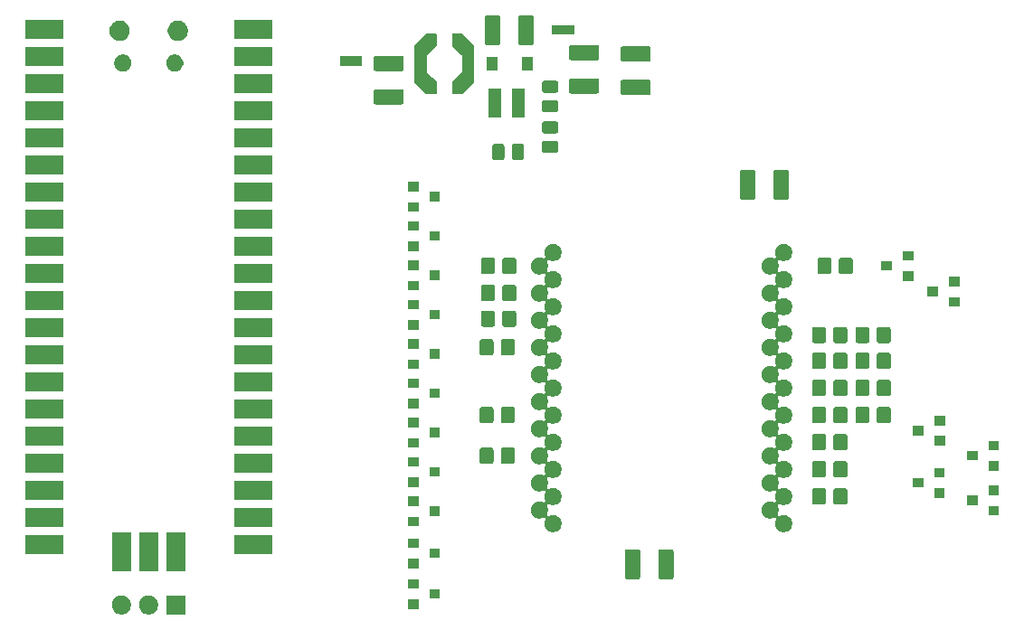
<source format=gbr>
G04 #@! TF.GenerationSoftware,KiCad,Pcbnew,5.1.5+dfsg1-2build2*
G04 #@! TF.CreationDate,2023-03-21T22:00:02+00:00*
G04 #@! TF.ProjectId,pps-rom-dumper,7070732d-726f-46d2-9d64-756d7065722e,rev?*
G04 #@! TF.SameCoordinates,Original*
G04 #@! TF.FileFunction,Soldermask,Top*
G04 #@! TF.FilePolarity,Negative*
%FSLAX46Y46*%
G04 Gerber Fmt 4.6, Leading zero omitted, Abs format (unit mm)*
G04 Created by KiCad (PCBNEW 5.1.5+dfsg1-2build2) date 2023-03-21 22:00:02*
%MOMM*%
%LPD*%
G04 APERTURE LIST*
%ADD10C,0.100000*%
G04 APERTURE END LIST*
D10*
G36*
X58025512Y-82288927D02*
G01*
X58174812Y-82318624D01*
X58338784Y-82386544D01*
X58486354Y-82485147D01*
X58611853Y-82610646D01*
X58710456Y-82758216D01*
X58778376Y-82922188D01*
X58813000Y-83096259D01*
X58813000Y-83273741D01*
X58778376Y-83447812D01*
X58710456Y-83611784D01*
X58611853Y-83759354D01*
X58486354Y-83884853D01*
X58338784Y-83983456D01*
X58174812Y-84051376D01*
X58025512Y-84081073D01*
X58000742Y-84086000D01*
X57823258Y-84086000D01*
X57798488Y-84081073D01*
X57649188Y-84051376D01*
X57485216Y-83983456D01*
X57337646Y-83884853D01*
X57212147Y-83759354D01*
X57113544Y-83611784D01*
X57045624Y-83447812D01*
X57011000Y-83273741D01*
X57011000Y-83096259D01*
X57045624Y-82922188D01*
X57113544Y-82758216D01*
X57212147Y-82610646D01*
X57337646Y-82485147D01*
X57485216Y-82386544D01*
X57649188Y-82318624D01*
X57798488Y-82288927D01*
X57823258Y-82284000D01*
X58000742Y-82284000D01*
X58025512Y-82288927D01*
G37*
G36*
X63893000Y-84086000D02*
G01*
X62091000Y-84086000D01*
X62091000Y-82284000D01*
X63893000Y-82284000D01*
X63893000Y-84086000D01*
G37*
G36*
X60565512Y-82288927D02*
G01*
X60714812Y-82318624D01*
X60878784Y-82386544D01*
X61026354Y-82485147D01*
X61151853Y-82610646D01*
X61250456Y-82758216D01*
X61318376Y-82922188D01*
X61353000Y-83096259D01*
X61353000Y-83273741D01*
X61318376Y-83447812D01*
X61250456Y-83611784D01*
X61151853Y-83759354D01*
X61026354Y-83884853D01*
X60878784Y-83983456D01*
X60714812Y-84051376D01*
X60565512Y-84081073D01*
X60540742Y-84086000D01*
X60363258Y-84086000D01*
X60338488Y-84081073D01*
X60189188Y-84051376D01*
X60025216Y-83983456D01*
X59877646Y-83884853D01*
X59752147Y-83759354D01*
X59653544Y-83611784D01*
X59585624Y-83447812D01*
X59551000Y-83273741D01*
X59551000Y-83096259D01*
X59585624Y-82922188D01*
X59653544Y-82758216D01*
X59752147Y-82610646D01*
X59877646Y-82485147D01*
X60025216Y-82386544D01*
X60189188Y-82318624D01*
X60338488Y-82288927D01*
X60363258Y-82284000D01*
X60540742Y-82284000D01*
X60565512Y-82288927D01*
G37*
G36*
X85734000Y-83570000D02*
G01*
X84732000Y-83570000D01*
X84732000Y-82668000D01*
X85734000Y-82668000D01*
X85734000Y-83570000D01*
G37*
G36*
X87734000Y-82620000D02*
G01*
X86732000Y-82620000D01*
X86732000Y-81718000D01*
X87734000Y-81718000D01*
X87734000Y-82620000D01*
G37*
G36*
X85734000Y-81670000D02*
G01*
X84732000Y-81670000D01*
X84732000Y-80768000D01*
X85734000Y-80768000D01*
X85734000Y-81670000D01*
G37*
G36*
X109436811Y-77978271D02*
G01*
X109472603Y-77989129D01*
X109505595Y-78006763D01*
X109534508Y-78030492D01*
X109558237Y-78059405D01*
X109575871Y-78092397D01*
X109586729Y-78128189D01*
X109591000Y-78171555D01*
X109591000Y-80578445D01*
X109586729Y-80621811D01*
X109575871Y-80657603D01*
X109558237Y-80690595D01*
X109534508Y-80719508D01*
X109505595Y-80743237D01*
X109472603Y-80760871D01*
X109436811Y-80771729D01*
X109393445Y-80776000D01*
X108361555Y-80776000D01*
X108318189Y-80771729D01*
X108282397Y-80760871D01*
X108249405Y-80743237D01*
X108220492Y-80719508D01*
X108196763Y-80690595D01*
X108179129Y-80657603D01*
X108168271Y-80621811D01*
X108164000Y-80578445D01*
X108164000Y-78171555D01*
X108168271Y-78128189D01*
X108179129Y-78092397D01*
X108196763Y-78059405D01*
X108220492Y-78030492D01*
X108249405Y-78006763D01*
X108282397Y-77989129D01*
X108318189Y-77978271D01*
X108361555Y-77974000D01*
X109393445Y-77974000D01*
X109436811Y-77978271D01*
G37*
G36*
X106311811Y-77978271D02*
G01*
X106347603Y-77989129D01*
X106380595Y-78006763D01*
X106409508Y-78030492D01*
X106433237Y-78059405D01*
X106450871Y-78092397D01*
X106461729Y-78128189D01*
X106466000Y-78171555D01*
X106466000Y-80578445D01*
X106461729Y-80621811D01*
X106450871Y-80657603D01*
X106433237Y-80690595D01*
X106409508Y-80719508D01*
X106380595Y-80743237D01*
X106347603Y-80760871D01*
X106311811Y-80771729D01*
X106268445Y-80776000D01*
X105236555Y-80776000D01*
X105193189Y-80771729D01*
X105157397Y-80760871D01*
X105124405Y-80743237D01*
X105095492Y-80719508D01*
X105071763Y-80690595D01*
X105054129Y-80657603D01*
X105043271Y-80621811D01*
X105039000Y-80578445D01*
X105039000Y-78171555D01*
X105043271Y-78128189D01*
X105054129Y-78092397D01*
X105071763Y-78059405D01*
X105095492Y-78030492D01*
X105124405Y-78006763D01*
X105157397Y-77989129D01*
X105193189Y-77978271D01*
X105236555Y-77974000D01*
X106268445Y-77974000D01*
X106311811Y-77978271D01*
G37*
G36*
X58837599Y-79999800D02*
G01*
X57035599Y-79999800D01*
X57035599Y-76397800D01*
X58837599Y-76397800D01*
X58837599Y-79999800D01*
G37*
G36*
X63917599Y-79999800D02*
G01*
X62115599Y-79999800D01*
X62115599Y-76397800D01*
X63917599Y-76397800D01*
X63917599Y-79999800D01*
G37*
G36*
X61377599Y-79999800D02*
G01*
X59575599Y-79999800D01*
X59575599Y-76397800D01*
X61377599Y-76397800D01*
X61377599Y-79999800D01*
G37*
G36*
X85734000Y-79760000D02*
G01*
X84732000Y-79760000D01*
X84732000Y-78858000D01*
X85734000Y-78858000D01*
X85734000Y-79760000D01*
G37*
G36*
X87734000Y-78810000D02*
G01*
X86732000Y-78810000D01*
X86732000Y-77908000D01*
X87734000Y-77908000D01*
X87734000Y-78810000D01*
G37*
G36*
X72067599Y-78429800D02*
G01*
X68465599Y-78429800D01*
X68465599Y-76627800D01*
X72067599Y-76627800D01*
X72067599Y-78429800D01*
G37*
G36*
X52487599Y-78429800D02*
G01*
X48885599Y-78429800D01*
X48885599Y-76627800D01*
X52487599Y-76627800D01*
X52487599Y-78429800D01*
G37*
G36*
X85734000Y-77860000D02*
G01*
X84732000Y-77860000D01*
X84732000Y-76958000D01*
X85734000Y-76958000D01*
X85734000Y-77860000D01*
G37*
G36*
X120125142Y-49383242D02*
G01*
X120273101Y-49444529D01*
X120406255Y-49533499D01*
X120519501Y-49646745D01*
X120608471Y-49779899D01*
X120669758Y-49927858D01*
X120701000Y-50084925D01*
X120701000Y-50245075D01*
X120669758Y-50402142D01*
X120608471Y-50550101D01*
X120519501Y-50683255D01*
X120406255Y-50796501D01*
X120273101Y-50885471D01*
X120125142Y-50946758D01*
X119968075Y-50978000D01*
X119807925Y-50978000D01*
X119650858Y-50946758D01*
X119501006Y-50884687D01*
X119477557Y-50877574D01*
X119453171Y-50875172D01*
X119428785Y-50877574D01*
X119405336Y-50884687D01*
X119383726Y-50896238D01*
X119364784Y-50911783D01*
X119349238Y-50930725D01*
X119337687Y-50952336D01*
X119330574Y-50975785D01*
X119328172Y-51000171D01*
X119330574Y-51024557D01*
X119337687Y-51048006D01*
X119399758Y-51197858D01*
X119431000Y-51354925D01*
X119431000Y-51515075D01*
X119399758Y-51672142D01*
X119337687Y-51821994D01*
X119330574Y-51845443D01*
X119328172Y-51869829D01*
X119330574Y-51894215D01*
X119337687Y-51917664D01*
X119349238Y-51939274D01*
X119364783Y-51958216D01*
X119383725Y-51973762D01*
X119405336Y-51985313D01*
X119428785Y-51992426D01*
X119453171Y-51994828D01*
X119477557Y-51992426D01*
X119501006Y-51985313D01*
X119650858Y-51923242D01*
X119807925Y-51892000D01*
X119968075Y-51892000D01*
X120125142Y-51923242D01*
X120273101Y-51984529D01*
X120406255Y-52073499D01*
X120519501Y-52186745D01*
X120608471Y-52319899D01*
X120669758Y-52467858D01*
X120701000Y-52624925D01*
X120701000Y-52785075D01*
X120669758Y-52942142D01*
X120608471Y-53090101D01*
X120519501Y-53223255D01*
X120406255Y-53336501D01*
X120273101Y-53425471D01*
X120125142Y-53486758D01*
X119968075Y-53518000D01*
X119807925Y-53518000D01*
X119650858Y-53486758D01*
X119501006Y-53424687D01*
X119477557Y-53417574D01*
X119453171Y-53415172D01*
X119428785Y-53417574D01*
X119405336Y-53424687D01*
X119383726Y-53436238D01*
X119364784Y-53451783D01*
X119349238Y-53470725D01*
X119337687Y-53492336D01*
X119330574Y-53515785D01*
X119328172Y-53540171D01*
X119330574Y-53564557D01*
X119337687Y-53588006D01*
X119399758Y-53737858D01*
X119431000Y-53894925D01*
X119431000Y-54055075D01*
X119399758Y-54212142D01*
X119337687Y-54361994D01*
X119330574Y-54385443D01*
X119328172Y-54409829D01*
X119330574Y-54434215D01*
X119337687Y-54457664D01*
X119349238Y-54479274D01*
X119364783Y-54498216D01*
X119383725Y-54513762D01*
X119405336Y-54525313D01*
X119428785Y-54532426D01*
X119453171Y-54534828D01*
X119477557Y-54532426D01*
X119501006Y-54525313D01*
X119650858Y-54463242D01*
X119807925Y-54432000D01*
X119968075Y-54432000D01*
X120125142Y-54463242D01*
X120273101Y-54524529D01*
X120406255Y-54613499D01*
X120519501Y-54726745D01*
X120608471Y-54859899D01*
X120669758Y-55007858D01*
X120701000Y-55164925D01*
X120701000Y-55325075D01*
X120669758Y-55482142D01*
X120608471Y-55630101D01*
X120519501Y-55763255D01*
X120406255Y-55876501D01*
X120273101Y-55965471D01*
X120125142Y-56026758D01*
X119968075Y-56058000D01*
X119807925Y-56058000D01*
X119650858Y-56026758D01*
X119501006Y-55964687D01*
X119477557Y-55957574D01*
X119453171Y-55955172D01*
X119428785Y-55957574D01*
X119405336Y-55964687D01*
X119383726Y-55976238D01*
X119364784Y-55991783D01*
X119349238Y-56010725D01*
X119337687Y-56032336D01*
X119330574Y-56055785D01*
X119328172Y-56080171D01*
X119330574Y-56104557D01*
X119337687Y-56128006D01*
X119399758Y-56277858D01*
X119431000Y-56434925D01*
X119431000Y-56595075D01*
X119399758Y-56752142D01*
X119337687Y-56901994D01*
X119330574Y-56925443D01*
X119328172Y-56949829D01*
X119330574Y-56974215D01*
X119337687Y-56997664D01*
X119349238Y-57019274D01*
X119364783Y-57038216D01*
X119383725Y-57053762D01*
X119405336Y-57065313D01*
X119428785Y-57072426D01*
X119453171Y-57074828D01*
X119477557Y-57072426D01*
X119501006Y-57065313D01*
X119650858Y-57003242D01*
X119807925Y-56972000D01*
X119968075Y-56972000D01*
X120125142Y-57003242D01*
X120273101Y-57064529D01*
X120406255Y-57153499D01*
X120519501Y-57266745D01*
X120608471Y-57399899D01*
X120669758Y-57547858D01*
X120701000Y-57704925D01*
X120701000Y-57865075D01*
X120669758Y-58022142D01*
X120608471Y-58170101D01*
X120519501Y-58303255D01*
X120406255Y-58416501D01*
X120273101Y-58505471D01*
X120125142Y-58566758D01*
X119968075Y-58598000D01*
X119807925Y-58598000D01*
X119650858Y-58566758D01*
X119501006Y-58504687D01*
X119477557Y-58497574D01*
X119453171Y-58495172D01*
X119428785Y-58497574D01*
X119405336Y-58504687D01*
X119383726Y-58516238D01*
X119364784Y-58531783D01*
X119349238Y-58550725D01*
X119337687Y-58572336D01*
X119330574Y-58595785D01*
X119328172Y-58620171D01*
X119330574Y-58644557D01*
X119337687Y-58668006D01*
X119399758Y-58817858D01*
X119431000Y-58974925D01*
X119431000Y-59135075D01*
X119399758Y-59292142D01*
X119337687Y-59441994D01*
X119330574Y-59465443D01*
X119328172Y-59489829D01*
X119330574Y-59514215D01*
X119337687Y-59537664D01*
X119349238Y-59559274D01*
X119364783Y-59578216D01*
X119383725Y-59593762D01*
X119405336Y-59605313D01*
X119428785Y-59612426D01*
X119453171Y-59614828D01*
X119477557Y-59612426D01*
X119501006Y-59605313D01*
X119650858Y-59543242D01*
X119807925Y-59512000D01*
X119968075Y-59512000D01*
X120125142Y-59543242D01*
X120273101Y-59604529D01*
X120406255Y-59693499D01*
X120519501Y-59806745D01*
X120608471Y-59939899D01*
X120669758Y-60087858D01*
X120701000Y-60244925D01*
X120701000Y-60405075D01*
X120669758Y-60562142D01*
X120608471Y-60710101D01*
X120519501Y-60843255D01*
X120406255Y-60956501D01*
X120273101Y-61045471D01*
X120125142Y-61106758D01*
X119968075Y-61138000D01*
X119807925Y-61138000D01*
X119650858Y-61106758D01*
X119501006Y-61044687D01*
X119477557Y-61037574D01*
X119453171Y-61035172D01*
X119428785Y-61037574D01*
X119405336Y-61044687D01*
X119383726Y-61056238D01*
X119364784Y-61071783D01*
X119349238Y-61090725D01*
X119337687Y-61112336D01*
X119330574Y-61135785D01*
X119328172Y-61160171D01*
X119330574Y-61184557D01*
X119337687Y-61208006D01*
X119399758Y-61357858D01*
X119431000Y-61514925D01*
X119431000Y-61675075D01*
X119399758Y-61832142D01*
X119337687Y-61981994D01*
X119330574Y-62005443D01*
X119328172Y-62029829D01*
X119330574Y-62054215D01*
X119337687Y-62077664D01*
X119349238Y-62099274D01*
X119364783Y-62118216D01*
X119383725Y-62133762D01*
X119405336Y-62145313D01*
X119428785Y-62152426D01*
X119453171Y-62154828D01*
X119477557Y-62152426D01*
X119501006Y-62145313D01*
X119650858Y-62083242D01*
X119807925Y-62052000D01*
X119968075Y-62052000D01*
X120125142Y-62083242D01*
X120273101Y-62144529D01*
X120406255Y-62233499D01*
X120519501Y-62346745D01*
X120608471Y-62479899D01*
X120669758Y-62627858D01*
X120701000Y-62784925D01*
X120701000Y-62945075D01*
X120669758Y-63102142D01*
X120608471Y-63250101D01*
X120519501Y-63383255D01*
X120406255Y-63496501D01*
X120273101Y-63585471D01*
X120125142Y-63646758D01*
X119968075Y-63678000D01*
X119807925Y-63678000D01*
X119650858Y-63646758D01*
X119501006Y-63584687D01*
X119477557Y-63577574D01*
X119453171Y-63575172D01*
X119428785Y-63577574D01*
X119405336Y-63584687D01*
X119383726Y-63596238D01*
X119364784Y-63611783D01*
X119349238Y-63630725D01*
X119337687Y-63652336D01*
X119330574Y-63675785D01*
X119328172Y-63700171D01*
X119330574Y-63724557D01*
X119337687Y-63748006D01*
X119399758Y-63897858D01*
X119431000Y-64054925D01*
X119431000Y-64215075D01*
X119399758Y-64372142D01*
X119337687Y-64521994D01*
X119330574Y-64545443D01*
X119328172Y-64569829D01*
X119330574Y-64594215D01*
X119337687Y-64617664D01*
X119349238Y-64639274D01*
X119364783Y-64658216D01*
X119383725Y-64673762D01*
X119405336Y-64685313D01*
X119428785Y-64692426D01*
X119453171Y-64694828D01*
X119477557Y-64692426D01*
X119501006Y-64685313D01*
X119650858Y-64623242D01*
X119807925Y-64592000D01*
X119968075Y-64592000D01*
X120125142Y-64623242D01*
X120273101Y-64684529D01*
X120406255Y-64773499D01*
X120519501Y-64886745D01*
X120608471Y-65019899D01*
X120669758Y-65167858D01*
X120701000Y-65324925D01*
X120701000Y-65485075D01*
X120669758Y-65642142D01*
X120608471Y-65790101D01*
X120519501Y-65923255D01*
X120406255Y-66036501D01*
X120273101Y-66125471D01*
X120125142Y-66186758D01*
X119968075Y-66218000D01*
X119807925Y-66218000D01*
X119650858Y-66186758D01*
X119501006Y-66124687D01*
X119477557Y-66117574D01*
X119453171Y-66115172D01*
X119428785Y-66117574D01*
X119405336Y-66124687D01*
X119383726Y-66136238D01*
X119364784Y-66151783D01*
X119349238Y-66170725D01*
X119337687Y-66192336D01*
X119330574Y-66215785D01*
X119328172Y-66240171D01*
X119330574Y-66264557D01*
X119337687Y-66288006D01*
X119399758Y-66437858D01*
X119431000Y-66594925D01*
X119431000Y-66755075D01*
X119399758Y-66912142D01*
X119337687Y-67061994D01*
X119330574Y-67085443D01*
X119328172Y-67109829D01*
X119330574Y-67134215D01*
X119337687Y-67157664D01*
X119349238Y-67179274D01*
X119364783Y-67198216D01*
X119383725Y-67213762D01*
X119405336Y-67225313D01*
X119428785Y-67232426D01*
X119453171Y-67234828D01*
X119477557Y-67232426D01*
X119501006Y-67225313D01*
X119650858Y-67163242D01*
X119807925Y-67132000D01*
X119968075Y-67132000D01*
X120125142Y-67163242D01*
X120273101Y-67224529D01*
X120406255Y-67313499D01*
X120519501Y-67426745D01*
X120608471Y-67559899D01*
X120669758Y-67707858D01*
X120701000Y-67864925D01*
X120701000Y-68025075D01*
X120669758Y-68182142D01*
X120608471Y-68330101D01*
X120519501Y-68463255D01*
X120406255Y-68576501D01*
X120273101Y-68665471D01*
X120125142Y-68726758D01*
X119968075Y-68758000D01*
X119807925Y-68758000D01*
X119650858Y-68726758D01*
X119501006Y-68664687D01*
X119477557Y-68657574D01*
X119453171Y-68655172D01*
X119428785Y-68657574D01*
X119405336Y-68664687D01*
X119383726Y-68676238D01*
X119364784Y-68691783D01*
X119349238Y-68710725D01*
X119337687Y-68732336D01*
X119330574Y-68755785D01*
X119328172Y-68780171D01*
X119330574Y-68804557D01*
X119337687Y-68828006D01*
X119399758Y-68977858D01*
X119431000Y-69134925D01*
X119431000Y-69295075D01*
X119399758Y-69452142D01*
X119337687Y-69601994D01*
X119330574Y-69625443D01*
X119328172Y-69649829D01*
X119330574Y-69674215D01*
X119337687Y-69697664D01*
X119349238Y-69719274D01*
X119364783Y-69738216D01*
X119383725Y-69753762D01*
X119405336Y-69765313D01*
X119428785Y-69772426D01*
X119453171Y-69774828D01*
X119477557Y-69772426D01*
X119501006Y-69765313D01*
X119650858Y-69703242D01*
X119807925Y-69672000D01*
X119968075Y-69672000D01*
X120125142Y-69703242D01*
X120273101Y-69764529D01*
X120406255Y-69853499D01*
X120519501Y-69966745D01*
X120608471Y-70099899D01*
X120669758Y-70247858D01*
X120701000Y-70404925D01*
X120701000Y-70565075D01*
X120669758Y-70722142D01*
X120608471Y-70870101D01*
X120519501Y-71003255D01*
X120406255Y-71116501D01*
X120273101Y-71205471D01*
X120125142Y-71266758D01*
X119968075Y-71298000D01*
X119807925Y-71298000D01*
X119650858Y-71266758D01*
X119501006Y-71204687D01*
X119477557Y-71197574D01*
X119453171Y-71195172D01*
X119428785Y-71197574D01*
X119405336Y-71204687D01*
X119383726Y-71216238D01*
X119364784Y-71231783D01*
X119349238Y-71250725D01*
X119337687Y-71272336D01*
X119330574Y-71295785D01*
X119328172Y-71320171D01*
X119330574Y-71344557D01*
X119337687Y-71368006D01*
X119399758Y-71517858D01*
X119431000Y-71674925D01*
X119431000Y-71835075D01*
X119399758Y-71992142D01*
X119337687Y-72141994D01*
X119330574Y-72165443D01*
X119328172Y-72189829D01*
X119330574Y-72214215D01*
X119337687Y-72237664D01*
X119349238Y-72259274D01*
X119364783Y-72278216D01*
X119383725Y-72293762D01*
X119405336Y-72305313D01*
X119428785Y-72312426D01*
X119453171Y-72314828D01*
X119477557Y-72312426D01*
X119501006Y-72305313D01*
X119650858Y-72243242D01*
X119807925Y-72212000D01*
X119968075Y-72212000D01*
X120125142Y-72243242D01*
X120273101Y-72304529D01*
X120406255Y-72393499D01*
X120519501Y-72506745D01*
X120608471Y-72639899D01*
X120669758Y-72787858D01*
X120701000Y-72944925D01*
X120701000Y-73105075D01*
X120669758Y-73262142D01*
X120608471Y-73410101D01*
X120519501Y-73543255D01*
X120406255Y-73656501D01*
X120273101Y-73745471D01*
X120125142Y-73806758D01*
X119968075Y-73838000D01*
X119807925Y-73838000D01*
X119650858Y-73806758D01*
X119501006Y-73744687D01*
X119477557Y-73737574D01*
X119453171Y-73735172D01*
X119428785Y-73737574D01*
X119405336Y-73744687D01*
X119383726Y-73756238D01*
X119364784Y-73771783D01*
X119349238Y-73790725D01*
X119337687Y-73812336D01*
X119330574Y-73835785D01*
X119328172Y-73860171D01*
X119330574Y-73884557D01*
X119337687Y-73908006D01*
X119399758Y-74057858D01*
X119431000Y-74214925D01*
X119431000Y-74375075D01*
X119399758Y-74532142D01*
X119337687Y-74681994D01*
X119330574Y-74705443D01*
X119328172Y-74729829D01*
X119330574Y-74754215D01*
X119337687Y-74777664D01*
X119349238Y-74799274D01*
X119364783Y-74818216D01*
X119383725Y-74833762D01*
X119405336Y-74845313D01*
X119428785Y-74852426D01*
X119453171Y-74854828D01*
X119477557Y-74852426D01*
X119501006Y-74845313D01*
X119650858Y-74783242D01*
X119807925Y-74752000D01*
X119968075Y-74752000D01*
X120125142Y-74783242D01*
X120273101Y-74844529D01*
X120406255Y-74933499D01*
X120519501Y-75046745D01*
X120608471Y-75179899D01*
X120669758Y-75327858D01*
X120701000Y-75484925D01*
X120701000Y-75645075D01*
X120669758Y-75802142D01*
X120608471Y-75950101D01*
X120519501Y-76083255D01*
X120406255Y-76196501D01*
X120273101Y-76285471D01*
X120125142Y-76346758D01*
X119968075Y-76378000D01*
X119807925Y-76378000D01*
X119650858Y-76346758D01*
X119502899Y-76285471D01*
X119369745Y-76196501D01*
X119256499Y-76083255D01*
X119167529Y-75950101D01*
X119106242Y-75802142D01*
X119075000Y-75645075D01*
X119075000Y-75484925D01*
X119106242Y-75327858D01*
X119168313Y-75178006D01*
X119175426Y-75154557D01*
X119177828Y-75130171D01*
X119175426Y-75105785D01*
X119168313Y-75082336D01*
X119156762Y-75060726D01*
X119141217Y-75041784D01*
X119122275Y-75026238D01*
X119100664Y-75014687D01*
X119077215Y-75007574D01*
X119052829Y-75005172D01*
X119028443Y-75007574D01*
X119004994Y-75014687D01*
X118855142Y-75076758D01*
X118698075Y-75108000D01*
X118537925Y-75108000D01*
X118380858Y-75076758D01*
X118232899Y-75015471D01*
X118099745Y-74926501D01*
X117986499Y-74813255D01*
X117897529Y-74680101D01*
X117836242Y-74532142D01*
X117805000Y-74375075D01*
X117805000Y-74214925D01*
X117836242Y-74057858D01*
X117897529Y-73909899D01*
X117986499Y-73776745D01*
X118099745Y-73663499D01*
X118232899Y-73574529D01*
X118380858Y-73513242D01*
X118537925Y-73482000D01*
X118698075Y-73482000D01*
X118855142Y-73513242D01*
X119004994Y-73575313D01*
X119028443Y-73582426D01*
X119052829Y-73584828D01*
X119077215Y-73582426D01*
X119100664Y-73575313D01*
X119122274Y-73563762D01*
X119141216Y-73548217D01*
X119156762Y-73529275D01*
X119168313Y-73507664D01*
X119175426Y-73484215D01*
X119177828Y-73459829D01*
X119175426Y-73435443D01*
X119168313Y-73411994D01*
X119106242Y-73262142D01*
X119075000Y-73105075D01*
X119075000Y-72944925D01*
X119106242Y-72787858D01*
X119168313Y-72638006D01*
X119175426Y-72614557D01*
X119177828Y-72590171D01*
X119175426Y-72565785D01*
X119168313Y-72542336D01*
X119156762Y-72520726D01*
X119141217Y-72501784D01*
X119122275Y-72486238D01*
X119100664Y-72474687D01*
X119077215Y-72467574D01*
X119052829Y-72465172D01*
X119028443Y-72467574D01*
X119004994Y-72474687D01*
X118855142Y-72536758D01*
X118698075Y-72568000D01*
X118537925Y-72568000D01*
X118380858Y-72536758D01*
X118232899Y-72475471D01*
X118099745Y-72386501D01*
X117986499Y-72273255D01*
X117897529Y-72140101D01*
X117836242Y-71992142D01*
X117805000Y-71835075D01*
X117805000Y-71674925D01*
X117836242Y-71517858D01*
X117897529Y-71369899D01*
X117986499Y-71236745D01*
X118099745Y-71123499D01*
X118232899Y-71034529D01*
X118380858Y-70973242D01*
X118537925Y-70942000D01*
X118698075Y-70942000D01*
X118855142Y-70973242D01*
X119004994Y-71035313D01*
X119028443Y-71042426D01*
X119052829Y-71044828D01*
X119077215Y-71042426D01*
X119100664Y-71035313D01*
X119122274Y-71023762D01*
X119141216Y-71008217D01*
X119156762Y-70989275D01*
X119168313Y-70967664D01*
X119175426Y-70944215D01*
X119177828Y-70919829D01*
X119175426Y-70895443D01*
X119168313Y-70871994D01*
X119106242Y-70722142D01*
X119075000Y-70565075D01*
X119075000Y-70404925D01*
X119106242Y-70247858D01*
X119168313Y-70098006D01*
X119175426Y-70074557D01*
X119177828Y-70050171D01*
X119175426Y-70025785D01*
X119168313Y-70002336D01*
X119156762Y-69980726D01*
X119141217Y-69961784D01*
X119122275Y-69946238D01*
X119100664Y-69934687D01*
X119077215Y-69927574D01*
X119052829Y-69925172D01*
X119028443Y-69927574D01*
X119004994Y-69934687D01*
X118855142Y-69996758D01*
X118698075Y-70028000D01*
X118537925Y-70028000D01*
X118380858Y-69996758D01*
X118232899Y-69935471D01*
X118099745Y-69846501D01*
X117986499Y-69733255D01*
X117897529Y-69600101D01*
X117836242Y-69452142D01*
X117805000Y-69295075D01*
X117805000Y-69134925D01*
X117836242Y-68977858D01*
X117897529Y-68829899D01*
X117986499Y-68696745D01*
X118099745Y-68583499D01*
X118232899Y-68494529D01*
X118380858Y-68433242D01*
X118537925Y-68402000D01*
X118698075Y-68402000D01*
X118855142Y-68433242D01*
X119004994Y-68495313D01*
X119028443Y-68502426D01*
X119052829Y-68504828D01*
X119077215Y-68502426D01*
X119100664Y-68495313D01*
X119122274Y-68483762D01*
X119141216Y-68468217D01*
X119156762Y-68449275D01*
X119168313Y-68427664D01*
X119175426Y-68404215D01*
X119177828Y-68379829D01*
X119175426Y-68355443D01*
X119168313Y-68331994D01*
X119106242Y-68182142D01*
X119075000Y-68025075D01*
X119075000Y-67864925D01*
X119106242Y-67707858D01*
X119168313Y-67558006D01*
X119175426Y-67534557D01*
X119177828Y-67510171D01*
X119175426Y-67485785D01*
X119168313Y-67462336D01*
X119156762Y-67440726D01*
X119141217Y-67421784D01*
X119122275Y-67406238D01*
X119100664Y-67394687D01*
X119077215Y-67387574D01*
X119052829Y-67385172D01*
X119028443Y-67387574D01*
X119004994Y-67394687D01*
X118855142Y-67456758D01*
X118698075Y-67488000D01*
X118537925Y-67488000D01*
X118380858Y-67456758D01*
X118232899Y-67395471D01*
X118099745Y-67306501D01*
X117986499Y-67193255D01*
X117897529Y-67060101D01*
X117836242Y-66912142D01*
X117805000Y-66755075D01*
X117805000Y-66594925D01*
X117836242Y-66437858D01*
X117897529Y-66289899D01*
X117986499Y-66156745D01*
X118099745Y-66043499D01*
X118232899Y-65954529D01*
X118380858Y-65893242D01*
X118537925Y-65862000D01*
X118698075Y-65862000D01*
X118855142Y-65893242D01*
X119004994Y-65955313D01*
X119028443Y-65962426D01*
X119052829Y-65964828D01*
X119077215Y-65962426D01*
X119100664Y-65955313D01*
X119122274Y-65943762D01*
X119141216Y-65928217D01*
X119156762Y-65909275D01*
X119168313Y-65887664D01*
X119175426Y-65864215D01*
X119177828Y-65839829D01*
X119175426Y-65815443D01*
X119168313Y-65791994D01*
X119106242Y-65642142D01*
X119075000Y-65485075D01*
X119075000Y-65324925D01*
X119106242Y-65167858D01*
X119168313Y-65018006D01*
X119175426Y-64994557D01*
X119177828Y-64970171D01*
X119175426Y-64945785D01*
X119168313Y-64922336D01*
X119156762Y-64900726D01*
X119141217Y-64881784D01*
X119122275Y-64866238D01*
X119100664Y-64854687D01*
X119077215Y-64847574D01*
X119052829Y-64845172D01*
X119028443Y-64847574D01*
X119004994Y-64854687D01*
X118855142Y-64916758D01*
X118698075Y-64948000D01*
X118537925Y-64948000D01*
X118380858Y-64916758D01*
X118232899Y-64855471D01*
X118099745Y-64766501D01*
X117986499Y-64653255D01*
X117897529Y-64520101D01*
X117836242Y-64372142D01*
X117805000Y-64215075D01*
X117805000Y-64054925D01*
X117836242Y-63897858D01*
X117897529Y-63749899D01*
X117986499Y-63616745D01*
X118099745Y-63503499D01*
X118232899Y-63414529D01*
X118380858Y-63353242D01*
X118537925Y-63322000D01*
X118698075Y-63322000D01*
X118855142Y-63353242D01*
X119004994Y-63415313D01*
X119028443Y-63422426D01*
X119052829Y-63424828D01*
X119077215Y-63422426D01*
X119100664Y-63415313D01*
X119122274Y-63403762D01*
X119141216Y-63388217D01*
X119156762Y-63369275D01*
X119168313Y-63347664D01*
X119175426Y-63324215D01*
X119177828Y-63299829D01*
X119175426Y-63275443D01*
X119168313Y-63251994D01*
X119106242Y-63102142D01*
X119075000Y-62945075D01*
X119075000Y-62784925D01*
X119106242Y-62627858D01*
X119168313Y-62478006D01*
X119175426Y-62454557D01*
X119177828Y-62430171D01*
X119175426Y-62405785D01*
X119168313Y-62382336D01*
X119156762Y-62360726D01*
X119141217Y-62341784D01*
X119122275Y-62326238D01*
X119100664Y-62314687D01*
X119077215Y-62307574D01*
X119052829Y-62305172D01*
X119028443Y-62307574D01*
X119004994Y-62314687D01*
X118855142Y-62376758D01*
X118698075Y-62408000D01*
X118537925Y-62408000D01*
X118380858Y-62376758D01*
X118232899Y-62315471D01*
X118099745Y-62226501D01*
X117986499Y-62113255D01*
X117897529Y-61980101D01*
X117836242Y-61832142D01*
X117805000Y-61675075D01*
X117805000Y-61514925D01*
X117836242Y-61357858D01*
X117897529Y-61209899D01*
X117986499Y-61076745D01*
X118099745Y-60963499D01*
X118232899Y-60874529D01*
X118380858Y-60813242D01*
X118537925Y-60782000D01*
X118698075Y-60782000D01*
X118855142Y-60813242D01*
X119004994Y-60875313D01*
X119028443Y-60882426D01*
X119052829Y-60884828D01*
X119077215Y-60882426D01*
X119100664Y-60875313D01*
X119122274Y-60863762D01*
X119141216Y-60848217D01*
X119156762Y-60829275D01*
X119168313Y-60807664D01*
X119175426Y-60784215D01*
X119177828Y-60759829D01*
X119175426Y-60735443D01*
X119168313Y-60711994D01*
X119106242Y-60562142D01*
X119075000Y-60405075D01*
X119075000Y-60244925D01*
X119106242Y-60087858D01*
X119168313Y-59938006D01*
X119175426Y-59914557D01*
X119177828Y-59890171D01*
X119175426Y-59865785D01*
X119168313Y-59842336D01*
X119156762Y-59820726D01*
X119141217Y-59801784D01*
X119122275Y-59786238D01*
X119100664Y-59774687D01*
X119077215Y-59767574D01*
X119052829Y-59765172D01*
X119028443Y-59767574D01*
X119004994Y-59774687D01*
X118855142Y-59836758D01*
X118698075Y-59868000D01*
X118537925Y-59868000D01*
X118380858Y-59836758D01*
X118232899Y-59775471D01*
X118099745Y-59686501D01*
X117986499Y-59573255D01*
X117897529Y-59440101D01*
X117836242Y-59292142D01*
X117805000Y-59135075D01*
X117805000Y-58974925D01*
X117836242Y-58817858D01*
X117897529Y-58669899D01*
X117986499Y-58536745D01*
X118099745Y-58423499D01*
X118232899Y-58334529D01*
X118380858Y-58273242D01*
X118537925Y-58242000D01*
X118698075Y-58242000D01*
X118855142Y-58273242D01*
X119004994Y-58335313D01*
X119028443Y-58342426D01*
X119052829Y-58344828D01*
X119077215Y-58342426D01*
X119100664Y-58335313D01*
X119122274Y-58323762D01*
X119141216Y-58308217D01*
X119156762Y-58289275D01*
X119168313Y-58267664D01*
X119175426Y-58244215D01*
X119177828Y-58219829D01*
X119175426Y-58195443D01*
X119168313Y-58171994D01*
X119106242Y-58022142D01*
X119075000Y-57865075D01*
X119075000Y-57704925D01*
X119106242Y-57547858D01*
X119168313Y-57398006D01*
X119175426Y-57374557D01*
X119177828Y-57350171D01*
X119175426Y-57325785D01*
X119168313Y-57302336D01*
X119156762Y-57280726D01*
X119141217Y-57261784D01*
X119122275Y-57246238D01*
X119100664Y-57234687D01*
X119077215Y-57227574D01*
X119052829Y-57225172D01*
X119028443Y-57227574D01*
X119004994Y-57234687D01*
X118855142Y-57296758D01*
X118698075Y-57328000D01*
X118537925Y-57328000D01*
X118380858Y-57296758D01*
X118232899Y-57235471D01*
X118099745Y-57146501D01*
X117986499Y-57033255D01*
X117897529Y-56900101D01*
X117836242Y-56752142D01*
X117805000Y-56595075D01*
X117805000Y-56434925D01*
X117836242Y-56277858D01*
X117897529Y-56129899D01*
X117986499Y-55996745D01*
X118099745Y-55883499D01*
X118232899Y-55794529D01*
X118380858Y-55733242D01*
X118537925Y-55702000D01*
X118698075Y-55702000D01*
X118855142Y-55733242D01*
X119004994Y-55795313D01*
X119028443Y-55802426D01*
X119052829Y-55804828D01*
X119077215Y-55802426D01*
X119100664Y-55795313D01*
X119122274Y-55783762D01*
X119141216Y-55768217D01*
X119156762Y-55749275D01*
X119168313Y-55727664D01*
X119175426Y-55704215D01*
X119177828Y-55679829D01*
X119175426Y-55655443D01*
X119168313Y-55631994D01*
X119106242Y-55482142D01*
X119075000Y-55325075D01*
X119075000Y-55164925D01*
X119106242Y-55007858D01*
X119168313Y-54858006D01*
X119175426Y-54834557D01*
X119177828Y-54810171D01*
X119175426Y-54785785D01*
X119168313Y-54762336D01*
X119156762Y-54740726D01*
X119141217Y-54721784D01*
X119122275Y-54706238D01*
X119100664Y-54694687D01*
X119077215Y-54687574D01*
X119052829Y-54685172D01*
X119028443Y-54687574D01*
X119004994Y-54694687D01*
X118855142Y-54756758D01*
X118698075Y-54788000D01*
X118537925Y-54788000D01*
X118380858Y-54756758D01*
X118232899Y-54695471D01*
X118099745Y-54606501D01*
X117986499Y-54493255D01*
X117897529Y-54360101D01*
X117836242Y-54212142D01*
X117805000Y-54055075D01*
X117805000Y-53894925D01*
X117836242Y-53737858D01*
X117897529Y-53589899D01*
X117986499Y-53456745D01*
X118099745Y-53343499D01*
X118232899Y-53254529D01*
X118380858Y-53193242D01*
X118537925Y-53162000D01*
X118698075Y-53162000D01*
X118855142Y-53193242D01*
X119004994Y-53255313D01*
X119028443Y-53262426D01*
X119052829Y-53264828D01*
X119077215Y-53262426D01*
X119100664Y-53255313D01*
X119122274Y-53243762D01*
X119141216Y-53228217D01*
X119156762Y-53209275D01*
X119168313Y-53187664D01*
X119175426Y-53164215D01*
X119177828Y-53139829D01*
X119175426Y-53115443D01*
X119168313Y-53091994D01*
X119106242Y-52942142D01*
X119075000Y-52785075D01*
X119075000Y-52624925D01*
X119106242Y-52467858D01*
X119168313Y-52318006D01*
X119175426Y-52294557D01*
X119177828Y-52270171D01*
X119175426Y-52245785D01*
X119168313Y-52222336D01*
X119156762Y-52200726D01*
X119141217Y-52181784D01*
X119122275Y-52166238D01*
X119100664Y-52154687D01*
X119077215Y-52147574D01*
X119052829Y-52145172D01*
X119028443Y-52147574D01*
X119004994Y-52154687D01*
X118855142Y-52216758D01*
X118698075Y-52248000D01*
X118537925Y-52248000D01*
X118380858Y-52216758D01*
X118232899Y-52155471D01*
X118099745Y-52066501D01*
X117986499Y-51953255D01*
X117897529Y-51820101D01*
X117836242Y-51672142D01*
X117805000Y-51515075D01*
X117805000Y-51354925D01*
X117836242Y-51197858D01*
X117897529Y-51049899D01*
X117986499Y-50916745D01*
X118099745Y-50803499D01*
X118232899Y-50714529D01*
X118380858Y-50653242D01*
X118537925Y-50622000D01*
X118698075Y-50622000D01*
X118855142Y-50653242D01*
X119004994Y-50715313D01*
X119028443Y-50722426D01*
X119052829Y-50724828D01*
X119077215Y-50722426D01*
X119100664Y-50715313D01*
X119122274Y-50703762D01*
X119141216Y-50688217D01*
X119156762Y-50669275D01*
X119168313Y-50647664D01*
X119175426Y-50624215D01*
X119177828Y-50599829D01*
X119175426Y-50575443D01*
X119168313Y-50551994D01*
X119106242Y-50402142D01*
X119075000Y-50245075D01*
X119075000Y-50084925D01*
X119106242Y-49927858D01*
X119167529Y-49779899D01*
X119256499Y-49646745D01*
X119369745Y-49533499D01*
X119502899Y-49444529D01*
X119650858Y-49383242D01*
X119807925Y-49352000D01*
X119968075Y-49352000D01*
X120125142Y-49383242D01*
G37*
G36*
X98535142Y-49383242D02*
G01*
X98683101Y-49444529D01*
X98816255Y-49533499D01*
X98929501Y-49646745D01*
X99018471Y-49779899D01*
X99079758Y-49927858D01*
X99111000Y-50084925D01*
X99111000Y-50245075D01*
X99079758Y-50402142D01*
X99018471Y-50550101D01*
X98929501Y-50683255D01*
X98816255Y-50796501D01*
X98683101Y-50885471D01*
X98535142Y-50946758D01*
X98378075Y-50978000D01*
X98217925Y-50978000D01*
X98060858Y-50946758D01*
X97911006Y-50884687D01*
X97887557Y-50877574D01*
X97863171Y-50875172D01*
X97838785Y-50877574D01*
X97815336Y-50884687D01*
X97793726Y-50896238D01*
X97774784Y-50911783D01*
X97759238Y-50930725D01*
X97747687Y-50952336D01*
X97740574Y-50975785D01*
X97738172Y-51000171D01*
X97740574Y-51024557D01*
X97747687Y-51048006D01*
X97809758Y-51197858D01*
X97841000Y-51354925D01*
X97841000Y-51515075D01*
X97809758Y-51672142D01*
X97747687Y-51821994D01*
X97740574Y-51845443D01*
X97738172Y-51869829D01*
X97740574Y-51894215D01*
X97747687Y-51917664D01*
X97759238Y-51939274D01*
X97774783Y-51958216D01*
X97793725Y-51973762D01*
X97815336Y-51985313D01*
X97838785Y-51992426D01*
X97863171Y-51994828D01*
X97887557Y-51992426D01*
X97911006Y-51985313D01*
X98060858Y-51923242D01*
X98217925Y-51892000D01*
X98378075Y-51892000D01*
X98535142Y-51923242D01*
X98683101Y-51984529D01*
X98816255Y-52073499D01*
X98929501Y-52186745D01*
X99018471Y-52319899D01*
X99079758Y-52467858D01*
X99111000Y-52624925D01*
X99111000Y-52785075D01*
X99079758Y-52942142D01*
X99018471Y-53090101D01*
X98929501Y-53223255D01*
X98816255Y-53336501D01*
X98683101Y-53425471D01*
X98535142Y-53486758D01*
X98378075Y-53518000D01*
X98217925Y-53518000D01*
X98060858Y-53486758D01*
X97911006Y-53424687D01*
X97887557Y-53417574D01*
X97863171Y-53415172D01*
X97838785Y-53417574D01*
X97815336Y-53424687D01*
X97793726Y-53436238D01*
X97774784Y-53451783D01*
X97759238Y-53470725D01*
X97747687Y-53492336D01*
X97740574Y-53515785D01*
X97738172Y-53540171D01*
X97740574Y-53564557D01*
X97747687Y-53588006D01*
X97809758Y-53737858D01*
X97841000Y-53894925D01*
X97841000Y-54055075D01*
X97809758Y-54212142D01*
X97747687Y-54361994D01*
X97740574Y-54385443D01*
X97738172Y-54409829D01*
X97740574Y-54434215D01*
X97747687Y-54457664D01*
X97759238Y-54479274D01*
X97774783Y-54498216D01*
X97793725Y-54513762D01*
X97815336Y-54525313D01*
X97838785Y-54532426D01*
X97863171Y-54534828D01*
X97887557Y-54532426D01*
X97911006Y-54525313D01*
X98060858Y-54463242D01*
X98217925Y-54432000D01*
X98378075Y-54432000D01*
X98535142Y-54463242D01*
X98683101Y-54524529D01*
X98816255Y-54613499D01*
X98929501Y-54726745D01*
X99018471Y-54859899D01*
X99079758Y-55007858D01*
X99111000Y-55164925D01*
X99111000Y-55325075D01*
X99079758Y-55482142D01*
X99018471Y-55630101D01*
X98929501Y-55763255D01*
X98816255Y-55876501D01*
X98683101Y-55965471D01*
X98535142Y-56026758D01*
X98378075Y-56058000D01*
X98217925Y-56058000D01*
X98060858Y-56026758D01*
X97911006Y-55964687D01*
X97887557Y-55957574D01*
X97863171Y-55955172D01*
X97838785Y-55957574D01*
X97815336Y-55964687D01*
X97793726Y-55976238D01*
X97774784Y-55991783D01*
X97759238Y-56010725D01*
X97747687Y-56032336D01*
X97740574Y-56055785D01*
X97738172Y-56080171D01*
X97740574Y-56104557D01*
X97747687Y-56128006D01*
X97809758Y-56277858D01*
X97841000Y-56434925D01*
X97841000Y-56595075D01*
X97809758Y-56752142D01*
X97747687Y-56901994D01*
X97740574Y-56925443D01*
X97738172Y-56949829D01*
X97740574Y-56974215D01*
X97747687Y-56997664D01*
X97759238Y-57019274D01*
X97774783Y-57038216D01*
X97793725Y-57053762D01*
X97815336Y-57065313D01*
X97838785Y-57072426D01*
X97863171Y-57074828D01*
X97887557Y-57072426D01*
X97911006Y-57065313D01*
X98060858Y-57003242D01*
X98217925Y-56972000D01*
X98378075Y-56972000D01*
X98535142Y-57003242D01*
X98683101Y-57064529D01*
X98816255Y-57153499D01*
X98929501Y-57266745D01*
X99018471Y-57399899D01*
X99079758Y-57547858D01*
X99111000Y-57704925D01*
X99111000Y-57865075D01*
X99079758Y-58022142D01*
X99018471Y-58170101D01*
X98929501Y-58303255D01*
X98816255Y-58416501D01*
X98683101Y-58505471D01*
X98535142Y-58566758D01*
X98378075Y-58598000D01*
X98217925Y-58598000D01*
X98060858Y-58566758D01*
X97911006Y-58504687D01*
X97887557Y-58497574D01*
X97863171Y-58495172D01*
X97838785Y-58497574D01*
X97815336Y-58504687D01*
X97793726Y-58516238D01*
X97774784Y-58531783D01*
X97759238Y-58550725D01*
X97747687Y-58572336D01*
X97740574Y-58595785D01*
X97738172Y-58620171D01*
X97740574Y-58644557D01*
X97747687Y-58668006D01*
X97809758Y-58817858D01*
X97841000Y-58974925D01*
X97841000Y-59135075D01*
X97809758Y-59292142D01*
X97747687Y-59441994D01*
X97740574Y-59465443D01*
X97738172Y-59489829D01*
X97740574Y-59514215D01*
X97747687Y-59537664D01*
X97759238Y-59559274D01*
X97774783Y-59578216D01*
X97793725Y-59593762D01*
X97815336Y-59605313D01*
X97838785Y-59612426D01*
X97863171Y-59614828D01*
X97887557Y-59612426D01*
X97911006Y-59605313D01*
X98060858Y-59543242D01*
X98217925Y-59512000D01*
X98378075Y-59512000D01*
X98535142Y-59543242D01*
X98683101Y-59604529D01*
X98816255Y-59693499D01*
X98929501Y-59806745D01*
X99018471Y-59939899D01*
X99079758Y-60087858D01*
X99111000Y-60244925D01*
X99111000Y-60405075D01*
X99079758Y-60562142D01*
X99018471Y-60710101D01*
X98929501Y-60843255D01*
X98816255Y-60956501D01*
X98683101Y-61045471D01*
X98535142Y-61106758D01*
X98378075Y-61138000D01*
X98217925Y-61138000D01*
X98060858Y-61106758D01*
X97911006Y-61044687D01*
X97887557Y-61037574D01*
X97863171Y-61035172D01*
X97838785Y-61037574D01*
X97815336Y-61044687D01*
X97793726Y-61056238D01*
X97774784Y-61071783D01*
X97759238Y-61090725D01*
X97747687Y-61112336D01*
X97740574Y-61135785D01*
X97738172Y-61160171D01*
X97740574Y-61184557D01*
X97747687Y-61208006D01*
X97809758Y-61357858D01*
X97841000Y-61514925D01*
X97841000Y-61675075D01*
X97809758Y-61832142D01*
X97747687Y-61981994D01*
X97740574Y-62005443D01*
X97738172Y-62029829D01*
X97740574Y-62054215D01*
X97747687Y-62077664D01*
X97759238Y-62099274D01*
X97774783Y-62118216D01*
X97793725Y-62133762D01*
X97815336Y-62145313D01*
X97838785Y-62152426D01*
X97863171Y-62154828D01*
X97887557Y-62152426D01*
X97911006Y-62145313D01*
X98060858Y-62083242D01*
X98217925Y-62052000D01*
X98378075Y-62052000D01*
X98535142Y-62083242D01*
X98683101Y-62144529D01*
X98816255Y-62233499D01*
X98929501Y-62346745D01*
X99018471Y-62479899D01*
X99079758Y-62627858D01*
X99111000Y-62784925D01*
X99111000Y-62945075D01*
X99079758Y-63102142D01*
X99018471Y-63250101D01*
X98929501Y-63383255D01*
X98816255Y-63496501D01*
X98683101Y-63585471D01*
X98535142Y-63646758D01*
X98378075Y-63678000D01*
X98217925Y-63678000D01*
X98060858Y-63646758D01*
X97911006Y-63584687D01*
X97887557Y-63577574D01*
X97863171Y-63575172D01*
X97838785Y-63577574D01*
X97815336Y-63584687D01*
X97793726Y-63596238D01*
X97774784Y-63611783D01*
X97759238Y-63630725D01*
X97747687Y-63652336D01*
X97740574Y-63675785D01*
X97738172Y-63700171D01*
X97740574Y-63724557D01*
X97747687Y-63748006D01*
X97809758Y-63897858D01*
X97841000Y-64054925D01*
X97841000Y-64215075D01*
X97809758Y-64372142D01*
X97747687Y-64521994D01*
X97740574Y-64545443D01*
X97738172Y-64569829D01*
X97740574Y-64594215D01*
X97747687Y-64617664D01*
X97759238Y-64639274D01*
X97774783Y-64658216D01*
X97793725Y-64673762D01*
X97815336Y-64685313D01*
X97838785Y-64692426D01*
X97863171Y-64694828D01*
X97887557Y-64692426D01*
X97911006Y-64685313D01*
X98060858Y-64623242D01*
X98217925Y-64592000D01*
X98378075Y-64592000D01*
X98535142Y-64623242D01*
X98683101Y-64684529D01*
X98816255Y-64773499D01*
X98929501Y-64886745D01*
X99018471Y-65019899D01*
X99079758Y-65167858D01*
X99111000Y-65324925D01*
X99111000Y-65485075D01*
X99079758Y-65642142D01*
X99018471Y-65790101D01*
X98929501Y-65923255D01*
X98816255Y-66036501D01*
X98683101Y-66125471D01*
X98535142Y-66186758D01*
X98378075Y-66218000D01*
X98217925Y-66218000D01*
X98060858Y-66186758D01*
X97911006Y-66124687D01*
X97887557Y-66117574D01*
X97863171Y-66115172D01*
X97838785Y-66117574D01*
X97815336Y-66124687D01*
X97793726Y-66136238D01*
X97774784Y-66151783D01*
X97759238Y-66170725D01*
X97747687Y-66192336D01*
X97740574Y-66215785D01*
X97738172Y-66240171D01*
X97740574Y-66264557D01*
X97747687Y-66288006D01*
X97809758Y-66437858D01*
X97841000Y-66594925D01*
X97841000Y-66755075D01*
X97809758Y-66912142D01*
X97747687Y-67061994D01*
X97740574Y-67085443D01*
X97738172Y-67109829D01*
X97740574Y-67134215D01*
X97747687Y-67157664D01*
X97759238Y-67179274D01*
X97774783Y-67198216D01*
X97793725Y-67213762D01*
X97815336Y-67225313D01*
X97838785Y-67232426D01*
X97863171Y-67234828D01*
X97887557Y-67232426D01*
X97911006Y-67225313D01*
X98060858Y-67163242D01*
X98217925Y-67132000D01*
X98378075Y-67132000D01*
X98535142Y-67163242D01*
X98683101Y-67224529D01*
X98816255Y-67313499D01*
X98929501Y-67426745D01*
X99018471Y-67559899D01*
X99079758Y-67707858D01*
X99111000Y-67864925D01*
X99111000Y-68025075D01*
X99079758Y-68182142D01*
X99018471Y-68330101D01*
X98929501Y-68463255D01*
X98816255Y-68576501D01*
X98683101Y-68665471D01*
X98535142Y-68726758D01*
X98378075Y-68758000D01*
X98217925Y-68758000D01*
X98060858Y-68726758D01*
X97911006Y-68664687D01*
X97887557Y-68657574D01*
X97863171Y-68655172D01*
X97838785Y-68657574D01*
X97815336Y-68664687D01*
X97793726Y-68676238D01*
X97774784Y-68691783D01*
X97759238Y-68710725D01*
X97747687Y-68732336D01*
X97740574Y-68755785D01*
X97738172Y-68780171D01*
X97740574Y-68804557D01*
X97747687Y-68828006D01*
X97809758Y-68977858D01*
X97841000Y-69134925D01*
X97841000Y-69295075D01*
X97809758Y-69452142D01*
X97747687Y-69601994D01*
X97740574Y-69625443D01*
X97738172Y-69649829D01*
X97740574Y-69674215D01*
X97747687Y-69697664D01*
X97759238Y-69719274D01*
X97774783Y-69738216D01*
X97793725Y-69753762D01*
X97815336Y-69765313D01*
X97838785Y-69772426D01*
X97863171Y-69774828D01*
X97887557Y-69772426D01*
X97911006Y-69765313D01*
X98060858Y-69703242D01*
X98217925Y-69672000D01*
X98378075Y-69672000D01*
X98535142Y-69703242D01*
X98683101Y-69764529D01*
X98816255Y-69853499D01*
X98929501Y-69966745D01*
X99018471Y-70099899D01*
X99079758Y-70247858D01*
X99111000Y-70404925D01*
X99111000Y-70565075D01*
X99079758Y-70722142D01*
X99018471Y-70870101D01*
X98929501Y-71003255D01*
X98816255Y-71116501D01*
X98683101Y-71205471D01*
X98535142Y-71266758D01*
X98378075Y-71298000D01*
X98217925Y-71298000D01*
X98060858Y-71266758D01*
X97911006Y-71204687D01*
X97887557Y-71197574D01*
X97863171Y-71195172D01*
X97838785Y-71197574D01*
X97815336Y-71204687D01*
X97793726Y-71216238D01*
X97774784Y-71231783D01*
X97759238Y-71250725D01*
X97747687Y-71272336D01*
X97740574Y-71295785D01*
X97738172Y-71320171D01*
X97740574Y-71344557D01*
X97747687Y-71368006D01*
X97809758Y-71517858D01*
X97841000Y-71674925D01*
X97841000Y-71835075D01*
X97809758Y-71992142D01*
X97747687Y-72141994D01*
X97740574Y-72165443D01*
X97738172Y-72189829D01*
X97740574Y-72214215D01*
X97747687Y-72237664D01*
X97759238Y-72259274D01*
X97774783Y-72278216D01*
X97793725Y-72293762D01*
X97815336Y-72305313D01*
X97838785Y-72312426D01*
X97863171Y-72314828D01*
X97887557Y-72312426D01*
X97911006Y-72305313D01*
X98060858Y-72243242D01*
X98217925Y-72212000D01*
X98378075Y-72212000D01*
X98535142Y-72243242D01*
X98683101Y-72304529D01*
X98816255Y-72393499D01*
X98929501Y-72506745D01*
X99018471Y-72639899D01*
X99079758Y-72787858D01*
X99111000Y-72944925D01*
X99111000Y-73105075D01*
X99079758Y-73262142D01*
X99018471Y-73410101D01*
X98929501Y-73543255D01*
X98816255Y-73656501D01*
X98683101Y-73745471D01*
X98535142Y-73806758D01*
X98378075Y-73838000D01*
X98217925Y-73838000D01*
X98060858Y-73806758D01*
X97911006Y-73744687D01*
X97887557Y-73737574D01*
X97863171Y-73735172D01*
X97838785Y-73737574D01*
X97815336Y-73744687D01*
X97793726Y-73756238D01*
X97774784Y-73771783D01*
X97759238Y-73790725D01*
X97747687Y-73812336D01*
X97740574Y-73835785D01*
X97738172Y-73860171D01*
X97740574Y-73884557D01*
X97747687Y-73908006D01*
X97809758Y-74057858D01*
X97841000Y-74214925D01*
X97841000Y-74375075D01*
X97809758Y-74532142D01*
X97747687Y-74681994D01*
X97740574Y-74705443D01*
X97738172Y-74729829D01*
X97740574Y-74754215D01*
X97747687Y-74777664D01*
X97759238Y-74799274D01*
X97774783Y-74818216D01*
X97793725Y-74833762D01*
X97815336Y-74845313D01*
X97838785Y-74852426D01*
X97863171Y-74854828D01*
X97887557Y-74852426D01*
X97911006Y-74845313D01*
X98060858Y-74783242D01*
X98217925Y-74752000D01*
X98378075Y-74752000D01*
X98535142Y-74783242D01*
X98683101Y-74844529D01*
X98816255Y-74933499D01*
X98929501Y-75046745D01*
X99018471Y-75179899D01*
X99079758Y-75327858D01*
X99111000Y-75484925D01*
X99111000Y-75645075D01*
X99079758Y-75802142D01*
X99018471Y-75950101D01*
X98929501Y-76083255D01*
X98816255Y-76196501D01*
X98683101Y-76285471D01*
X98535142Y-76346758D01*
X98378075Y-76378000D01*
X98217925Y-76378000D01*
X98060858Y-76346758D01*
X97912899Y-76285471D01*
X97779745Y-76196501D01*
X97666499Y-76083255D01*
X97577529Y-75950101D01*
X97516242Y-75802142D01*
X97485000Y-75645075D01*
X97485000Y-75484925D01*
X97516242Y-75327858D01*
X97578313Y-75178006D01*
X97585426Y-75154557D01*
X97587828Y-75130171D01*
X97585426Y-75105785D01*
X97578313Y-75082336D01*
X97566762Y-75060726D01*
X97551217Y-75041784D01*
X97532275Y-75026238D01*
X97510664Y-75014687D01*
X97487215Y-75007574D01*
X97462829Y-75005172D01*
X97438443Y-75007574D01*
X97414994Y-75014687D01*
X97265142Y-75076758D01*
X97108075Y-75108000D01*
X96947925Y-75108000D01*
X96790858Y-75076758D01*
X96642899Y-75015471D01*
X96509745Y-74926501D01*
X96396499Y-74813255D01*
X96307529Y-74680101D01*
X96246242Y-74532142D01*
X96215000Y-74375075D01*
X96215000Y-74214925D01*
X96246242Y-74057858D01*
X96307529Y-73909899D01*
X96396499Y-73776745D01*
X96509745Y-73663499D01*
X96642899Y-73574529D01*
X96790858Y-73513242D01*
X96947925Y-73482000D01*
X97108075Y-73482000D01*
X97265142Y-73513242D01*
X97414994Y-73575313D01*
X97438443Y-73582426D01*
X97462829Y-73584828D01*
X97487215Y-73582426D01*
X97510664Y-73575313D01*
X97532274Y-73563762D01*
X97551216Y-73548217D01*
X97566762Y-73529275D01*
X97578313Y-73507664D01*
X97585426Y-73484215D01*
X97587828Y-73459829D01*
X97585426Y-73435443D01*
X97578313Y-73411994D01*
X97516242Y-73262142D01*
X97485000Y-73105075D01*
X97485000Y-72944925D01*
X97516242Y-72787858D01*
X97578313Y-72638006D01*
X97585426Y-72614557D01*
X97587828Y-72590171D01*
X97585426Y-72565785D01*
X97578313Y-72542336D01*
X97566762Y-72520726D01*
X97551217Y-72501784D01*
X97532275Y-72486238D01*
X97510664Y-72474687D01*
X97487215Y-72467574D01*
X97462829Y-72465172D01*
X97438443Y-72467574D01*
X97414994Y-72474687D01*
X97265142Y-72536758D01*
X97108075Y-72568000D01*
X96947925Y-72568000D01*
X96790858Y-72536758D01*
X96642899Y-72475471D01*
X96509745Y-72386501D01*
X96396499Y-72273255D01*
X96307529Y-72140101D01*
X96246242Y-71992142D01*
X96215000Y-71835075D01*
X96215000Y-71674925D01*
X96246242Y-71517858D01*
X96307529Y-71369899D01*
X96396499Y-71236745D01*
X96509745Y-71123499D01*
X96642899Y-71034529D01*
X96790858Y-70973242D01*
X96947925Y-70942000D01*
X97108075Y-70942000D01*
X97265142Y-70973242D01*
X97414994Y-71035313D01*
X97438443Y-71042426D01*
X97462829Y-71044828D01*
X97487215Y-71042426D01*
X97510664Y-71035313D01*
X97532274Y-71023762D01*
X97551216Y-71008217D01*
X97566762Y-70989275D01*
X97578313Y-70967664D01*
X97585426Y-70944215D01*
X97587828Y-70919829D01*
X97585426Y-70895443D01*
X97578313Y-70871994D01*
X97516242Y-70722142D01*
X97485000Y-70565075D01*
X97485000Y-70404925D01*
X97516242Y-70247858D01*
X97578313Y-70098006D01*
X97585426Y-70074557D01*
X97587828Y-70050171D01*
X97585426Y-70025785D01*
X97578313Y-70002336D01*
X97566762Y-69980726D01*
X97551217Y-69961784D01*
X97532275Y-69946238D01*
X97510664Y-69934687D01*
X97487215Y-69927574D01*
X97462829Y-69925172D01*
X97438443Y-69927574D01*
X97414994Y-69934687D01*
X97265142Y-69996758D01*
X97108075Y-70028000D01*
X96947925Y-70028000D01*
X96790858Y-69996758D01*
X96642899Y-69935471D01*
X96509745Y-69846501D01*
X96396499Y-69733255D01*
X96307529Y-69600101D01*
X96246242Y-69452142D01*
X96215000Y-69295075D01*
X96215000Y-69134925D01*
X96246242Y-68977858D01*
X96307529Y-68829899D01*
X96396499Y-68696745D01*
X96509745Y-68583499D01*
X96642899Y-68494529D01*
X96790858Y-68433242D01*
X96947925Y-68402000D01*
X97108075Y-68402000D01*
X97265142Y-68433242D01*
X97414994Y-68495313D01*
X97438443Y-68502426D01*
X97462829Y-68504828D01*
X97487215Y-68502426D01*
X97510664Y-68495313D01*
X97532274Y-68483762D01*
X97551216Y-68468217D01*
X97566762Y-68449275D01*
X97578313Y-68427664D01*
X97585426Y-68404215D01*
X97587828Y-68379829D01*
X97585426Y-68355443D01*
X97578313Y-68331994D01*
X97516242Y-68182142D01*
X97485000Y-68025075D01*
X97485000Y-67864925D01*
X97516242Y-67707858D01*
X97578313Y-67558006D01*
X97585426Y-67534557D01*
X97587828Y-67510171D01*
X97585426Y-67485785D01*
X97578313Y-67462336D01*
X97566762Y-67440726D01*
X97551217Y-67421784D01*
X97532275Y-67406238D01*
X97510664Y-67394687D01*
X97487215Y-67387574D01*
X97462829Y-67385172D01*
X97438443Y-67387574D01*
X97414994Y-67394687D01*
X97265142Y-67456758D01*
X97108075Y-67488000D01*
X96947925Y-67488000D01*
X96790858Y-67456758D01*
X96642899Y-67395471D01*
X96509745Y-67306501D01*
X96396499Y-67193255D01*
X96307529Y-67060101D01*
X96246242Y-66912142D01*
X96215000Y-66755075D01*
X96215000Y-66594925D01*
X96246242Y-66437858D01*
X96307529Y-66289899D01*
X96396499Y-66156745D01*
X96509745Y-66043499D01*
X96642899Y-65954529D01*
X96790858Y-65893242D01*
X96947925Y-65862000D01*
X97108075Y-65862000D01*
X97265142Y-65893242D01*
X97414994Y-65955313D01*
X97438443Y-65962426D01*
X97462829Y-65964828D01*
X97487215Y-65962426D01*
X97510664Y-65955313D01*
X97532274Y-65943762D01*
X97551216Y-65928217D01*
X97566762Y-65909275D01*
X97578313Y-65887664D01*
X97585426Y-65864215D01*
X97587828Y-65839829D01*
X97585426Y-65815443D01*
X97578313Y-65791994D01*
X97516242Y-65642142D01*
X97485000Y-65485075D01*
X97485000Y-65324925D01*
X97516242Y-65167858D01*
X97578313Y-65018006D01*
X97585426Y-64994557D01*
X97587828Y-64970171D01*
X97585426Y-64945785D01*
X97578313Y-64922336D01*
X97566762Y-64900726D01*
X97551217Y-64881784D01*
X97532275Y-64866238D01*
X97510664Y-64854687D01*
X97487215Y-64847574D01*
X97462829Y-64845172D01*
X97438443Y-64847574D01*
X97414994Y-64854687D01*
X97265142Y-64916758D01*
X97108075Y-64948000D01*
X96947925Y-64948000D01*
X96790858Y-64916758D01*
X96642899Y-64855471D01*
X96509745Y-64766501D01*
X96396499Y-64653255D01*
X96307529Y-64520101D01*
X96246242Y-64372142D01*
X96215000Y-64215075D01*
X96215000Y-64054925D01*
X96246242Y-63897858D01*
X96307529Y-63749899D01*
X96396499Y-63616745D01*
X96509745Y-63503499D01*
X96642899Y-63414529D01*
X96790858Y-63353242D01*
X96947925Y-63322000D01*
X97108075Y-63322000D01*
X97265142Y-63353242D01*
X97414994Y-63415313D01*
X97438443Y-63422426D01*
X97462829Y-63424828D01*
X97487215Y-63422426D01*
X97510664Y-63415313D01*
X97532274Y-63403762D01*
X97551216Y-63388217D01*
X97566762Y-63369275D01*
X97578313Y-63347664D01*
X97585426Y-63324215D01*
X97587828Y-63299829D01*
X97585426Y-63275443D01*
X97578313Y-63251994D01*
X97516242Y-63102142D01*
X97485000Y-62945075D01*
X97485000Y-62784925D01*
X97516242Y-62627858D01*
X97578313Y-62478006D01*
X97585426Y-62454557D01*
X97587828Y-62430171D01*
X97585426Y-62405785D01*
X97578313Y-62382336D01*
X97566762Y-62360726D01*
X97551217Y-62341784D01*
X97532275Y-62326238D01*
X97510664Y-62314687D01*
X97487215Y-62307574D01*
X97462829Y-62305172D01*
X97438443Y-62307574D01*
X97414994Y-62314687D01*
X97265142Y-62376758D01*
X97108075Y-62408000D01*
X96947925Y-62408000D01*
X96790858Y-62376758D01*
X96642899Y-62315471D01*
X96509745Y-62226501D01*
X96396499Y-62113255D01*
X96307529Y-61980101D01*
X96246242Y-61832142D01*
X96215000Y-61675075D01*
X96215000Y-61514925D01*
X96246242Y-61357858D01*
X96307529Y-61209899D01*
X96396499Y-61076745D01*
X96509745Y-60963499D01*
X96642899Y-60874529D01*
X96790858Y-60813242D01*
X96947925Y-60782000D01*
X97108075Y-60782000D01*
X97265142Y-60813242D01*
X97414994Y-60875313D01*
X97438443Y-60882426D01*
X97462829Y-60884828D01*
X97487215Y-60882426D01*
X97510664Y-60875313D01*
X97532274Y-60863762D01*
X97551216Y-60848217D01*
X97566762Y-60829275D01*
X97578313Y-60807664D01*
X97585426Y-60784215D01*
X97587828Y-60759829D01*
X97585426Y-60735443D01*
X97578313Y-60711994D01*
X97516242Y-60562142D01*
X97485000Y-60405075D01*
X97485000Y-60244925D01*
X97516242Y-60087858D01*
X97578313Y-59938006D01*
X97585426Y-59914557D01*
X97587828Y-59890171D01*
X97585426Y-59865785D01*
X97578313Y-59842336D01*
X97566762Y-59820726D01*
X97551217Y-59801784D01*
X97532275Y-59786238D01*
X97510664Y-59774687D01*
X97487215Y-59767574D01*
X97462829Y-59765172D01*
X97438443Y-59767574D01*
X97414994Y-59774687D01*
X97265142Y-59836758D01*
X97108075Y-59868000D01*
X96947925Y-59868000D01*
X96790858Y-59836758D01*
X96642899Y-59775471D01*
X96509745Y-59686501D01*
X96396499Y-59573255D01*
X96307529Y-59440101D01*
X96246242Y-59292142D01*
X96215000Y-59135075D01*
X96215000Y-58974925D01*
X96246242Y-58817858D01*
X96307529Y-58669899D01*
X96396499Y-58536745D01*
X96509745Y-58423499D01*
X96642899Y-58334529D01*
X96790858Y-58273242D01*
X96947925Y-58242000D01*
X97108075Y-58242000D01*
X97265142Y-58273242D01*
X97414994Y-58335313D01*
X97438443Y-58342426D01*
X97462829Y-58344828D01*
X97487215Y-58342426D01*
X97510664Y-58335313D01*
X97532274Y-58323762D01*
X97551216Y-58308217D01*
X97566762Y-58289275D01*
X97578313Y-58267664D01*
X97585426Y-58244215D01*
X97587828Y-58219829D01*
X97585426Y-58195443D01*
X97578313Y-58171994D01*
X97516242Y-58022142D01*
X97485000Y-57865075D01*
X97485000Y-57704925D01*
X97516242Y-57547858D01*
X97578313Y-57398006D01*
X97585426Y-57374557D01*
X97587828Y-57350171D01*
X97585426Y-57325785D01*
X97578313Y-57302336D01*
X97566762Y-57280726D01*
X97551217Y-57261784D01*
X97532275Y-57246238D01*
X97510664Y-57234687D01*
X97487215Y-57227574D01*
X97462829Y-57225172D01*
X97438443Y-57227574D01*
X97414994Y-57234687D01*
X97265142Y-57296758D01*
X97108075Y-57328000D01*
X96947925Y-57328000D01*
X96790858Y-57296758D01*
X96642899Y-57235471D01*
X96509745Y-57146501D01*
X96396499Y-57033255D01*
X96307529Y-56900101D01*
X96246242Y-56752142D01*
X96215000Y-56595075D01*
X96215000Y-56434925D01*
X96246242Y-56277858D01*
X96307529Y-56129899D01*
X96396499Y-55996745D01*
X96509745Y-55883499D01*
X96642899Y-55794529D01*
X96790858Y-55733242D01*
X96947925Y-55702000D01*
X97108075Y-55702000D01*
X97265142Y-55733242D01*
X97414994Y-55795313D01*
X97438443Y-55802426D01*
X97462829Y-55804828D01*
X97487215Y-55802426D01*
X97510664Y-55795313D01*
X97532274Y-55783762D01*
X97551216Y-55768217D01*
X97566762Y-55749275D01*
X97578313Y-55727664D01*
X97585426Y-55704215D01*
X97587828Y-55679829D01*
X97585426Y-55655443D01*
X97578313Y-55631994D01*
X97516242Y-55482142D01*
X97485000Y-55325075D01*
X97485000Y-55164925D01*
X97516242Y-55007858D01*
X97578313Y-54858006D01*
X97585426Y-54834557D01*
X97587828Y-54810171D01*
X97585426Y-54785785D01*
X97578313Y-54762336D01*
X97566762Y-54740726D01*
X97551217Y-54721784D01*
X97532275Y-54706238D01*
X97510664Y-54694687D01*
X97487215Y-54687574D01*
X97462829Y-54685172D01*
X97438443Y-54687574D01*
X97414994Y-54694687D01*
X97265142Y-54756758D01*
X97108075Y-54788000D01*
X96947925Y-54788000D01*
X96790858Y-54756758D01*
X96642899Y-54695471D01*
X96509745Y-54606501D01*
X96396499Y-54493255D01*
X96307529Y-54360101D01*
X96246242Y-54212142D01*
X96215000Y-54055075D01*
X96215000Y-53894925D01*
X96246242Y-53737858D01*
X96307529Y-53589899D01*
X96396499Y-53456745D01*
X96509745Y-53343499D01*
X96642899Y-53254529D01*
X96790858Y-53193242D01*
X96947925Y-53162000D01*
X97108075Y-53162000D01*
X97265142Y-53193242D01*
X97414994Y-53255313D01*
X97438443Y-53262426D01*
X97462829Y-53264828D01*
X97487215Y-53262426D01*
X97510664Y-53255313D01*
X97532274Y-53243762D01*
X97551216Y-53228217D01*
X97566762Y-53209275D01*
X97578313Y-53187664D01*
X97585426Y-53164215D01*
X97587828Y-53139829D01*
X97585426Y-53115443D01*
X97578313Y-53091994D01*
X97516242Y-52942142D01*
X97485000Y-52785075D01*
X97485000Y-52624925D01*
X97516242Y-52467858D01*
X97578313Y-52318006D01*
X97585426Y-52294557D01*
X97587828Y-52270171D01*
X97585426Y-52245785D01*
X97578313Y-52222336D01*
X97566762Y-52200726D01*
X97551217Y-52181784D01*
X97532275Y-52166238D01*
X97510664Y-52154687D01*
X97487215Y-52147574D01*
X97462829Y-52145172D01*
X97438443Y-52147574D01*
X97414994Y-52154687D01*
X97265142Y-52216758D01*
X97108075Y-52248000D01*
X96947925Y-52248000D01*
X96790858Y-52216758D01*
X96642899Y-52155471D01*
X96509745Y-52066501D01*
X96396499Y-51953255D01*
X96307529Y-51820101D01*
X96246242Y-51672142D01*
X96215000Y-51515075D01*
X96215000Y-51354925D01*
X96246242Y-51197858D01*
X96307529Y-51049899D01*
X96396499Y-50916745D01*
X96509745Y-50803499D01*
X96642899Y-50714529D01*
X96790858Y-50653242D01*
X96947925Y-50622000D01*
X97108075Y-50622000D01*
X97265142Y-50653242D01*
X97414994Y-50715313D01*
X97438443Y-50722426D01*
X97462829Y-50724828D01*
X97487215Y-50722426D01*
X97510664Y-50715313D01*
X97532274Y-50703762D01*
X97551216Y-50688217D01*
X97566762Y-50669275D01*
X97578313Y-50647664D01*
X97585426Y-50624215D01*
X97587828Y-50599829D01*
X97585426Y-50575443D01*
X97578313Y-50551994D01*
X97516242Y-50402142D01*
X97485000Y-50245075D01*
X97485000Y-50084925D01*
X97516242Y-49927858D01*
X97577529Y-49779899D01*
X97666499Y-49646745D01*
X97779745Y-49533499D01*
X97912899Y-49444529D01*
X98060858Y-49383242D01*
X98217925Y-49352000D01*
X98378075Y-49352000D01*
X98535142Y-49383242D01*
G37*
G36*
X52487599Y-75889800D02*
G01*
X48885599Y-75889800D01*
X48885599Y-74087800D01*
X52487599Y-74087800D01*
X52487599Y-75889800D01*
G37*
G36*
X72067599Y-75889800D02*
G01*
X68465599Y-75889800D01*
X68465599Y-74087800D01*
X72067599Y-74087800D01*
X72067599Y-75889800D01*
G37*
G36*
X85734000Y-75823000D02*
G01*
X84732000Y-75823000D01*
X84732000Y-74921000D01*
X85734000Y-74921000D01*
X85734000Y-75823000D01*
G37*
G36*
X87734000Y-74873000D02*
G01*
X86732000Y-74873000D01*
X86732000Y-73971000D01*
X87734000Y-73971000D01*
X87734000Y-74873000D01*
G37*
G36*
X140058000Y-74807000D02*
G01*
X139056000Y-74807000D01*
X139056000Y-73905000D01*
X140058000Y-73905000D01*
X140058000Y-74807000D01*
G37*
G36*
X85734000Y-73923000D02*
G01*
X84732000Y-73923000D01*
X84732000Y-73021000D01*
X85734000Y-73021000D01*
X85734000Y-73923000D01*
G37*
G36*
X138058000Y-73857000D02*
G01*
X137056000Y-73857000D01*
X137056000Y-72955000D01*
X138058000Y-72955000D01*
X138058000Y-73857000D01*
G37*
G36*
X123697242Y-72278404D02*
G01*
X123734337Y-72289657D01*
X123768515Y-72307925D01*
X123798481Y-72332519D01*
X123823075Y-72362485D01*
X123841343Y-72396663D01*
X123852596Y-72433758D01*
X123857000Y-72478474D01*
X123857000Y-73571526D01*
X123852596Y-73616242D01*
X123841343Y-73653337D01*
X123823075Y-73687515D01*
X123798481Y-73717481D01*
X123768515Y-73742075D01*
X123734337Y-73760343D01*
X123697242Y-73771596D01*
X123652526Y-73776000D01*
X122759474Y-73776000D01*
X122714758Y-73771596D01*
X122677663Y-73760343D01*
X122643485Y-73742075D01*
X122613519Y-73717481D01*
X122588925Y-73687515D01*
X122570657Y-73653337D01*
X122559404Y-73616242D01*
X122555000Y-73571526D01*
X122555000Y-72478474D01*
X122559404Y-72433758D01*
X122570657Y-72396663D01*
X122588925Y-72362485D01*
X122613519Y-72332519D01*
X122643485Y-72307925D01*
X122677663Y-72289657D01*
X122714758Y-72278404D01*
X122759474Y-72274000D01*
X123652526Y-72274000D01*
X123697242Y-72278404D01*
G37*
G36*
X125697242Y-72278404D02*
G01*
X125734337Y-72289657D01*
X125768515Y-72307925D01*
X125798481Y-72332519D01*
X125823075Y-72362485D01*
X125841343Y-72396663D01*
X125852596Y-72433758D01*
X125857000Y-72478474D01*
X125857000Y-73571526D01*
X125852596Y-73616242D01*
X125841343Y-73653337D01*
X125823075Y-73687515D01*
X125798481Y-73717481D01*
X125768515Y-73742075D01*
X125734337Y-73760343D01*
X125697242Y-73771596D01*
X125652526Y-73776000D01*
X124759474Y-73776000D01*
X124714758Y-73771596D01*
X124677663Y-73760343D01*
X124643485Y-73742075D01*
X124613519Y-73717481D01*
X124588925Y-73687515D01*
X124570657Y-73653337D01*
X124559404Y-73616242D01*
X124555000Y-73571526D01*
X124555000Y-72478474D01*
X124559404Y-72433758D01*
X124570657Y-72396663D01*
X124588925Y-72362485D01*
X124613519Y-72332519D01*
X124643485Y-72307925D01*
X124677663Y-72289657D01*
X124714758Y-72278404D01*
X124759474Y-72274000D01*
X125652526Y-72274000D01*
X125697242Y-72278404D01*
G37*
G36*
X52487599Y-73349800D02*
G01*
X48885599Y-73349800D01*
X48885599Y-71547800D01*
X52487599Y-71547800D01*
X52487599Y-73349800D01*
G37*
G36*
X72067599Y-73349800D02*
G01*
X68465599Y-73349800D01*
X68465599Y-71547800D01*
X72067599Y-71547800D01*
X72067599Y-73349800D01*
G37*
G36*
X134978000Y-73156000D02*
G01*
X133976000Y-73156000D01*
X133976000Y-72254000D01*
X134978000Y-72254000D01*
X134978000Y-73156000D01*
G37*
G36*
X140058000Y-72907000D02*
G01*
X139056000Y-72907000D01*
X139056000Y-72005000D01*
X140058000Y-72005000D01*
X140058000Y-72907000D01*
G37*
G36*
X132978000Y-72206000D02*
G01*
X131976000Y-72206000D01*
X131976000Y-71304000D01*
X132978000Y-71304000D01*
X132978000Y-72206000D01*
G37*
G36*
X85734000Y-72140000D02*
G01*
X84732000Y-72140000D01*
X84732000Y-71238000D01*
X85734000Y-71238000D01*
X85734000Y-72140000D01*
G37*
G36*
X134978000Y-71256000D02*
G01*
X133976000Y-71256000D01*
X133976000Y-70354000D01*
X134978000Y-70354000D01*
X134978000Y-71256000D01*
G37*
G36*
X125697242Y-69738404D02*
G01*
X125734337Y-69749657D01*
X125768515Y-69767925D01*
X125798481Y-69792519D01*
X125823075Y-69822485D01*
X125841343Y-69856663D01*
X125852596Y-69893758D01*
X125857000Y-69938474D01*
X125857000Y-71031526D01*
X125852596Y-71076242D01*
X125841343Y-71113337D01*
X125823075Y-71147515D01*
X125798481Y-71177481D01*
X125768515Y-71202075D01*
X125734337Y-71220343D01*
X125697242Y-71231596D01*
X125652526Y-71236000D01*
X124759474Y-71236000D01*
X124714758Y-71231596D01*
X124677663Y-71220343D01*
X124643485Y-71202075D01*
X124613519Y-71177481D01*
X124588925Y-71147515D01*
X124570657Y-71113337D01*
X124559404Y-71076242D01*
X124555000Y-71031526D01*
X124555000Y-69938474D01*
X124559404Y-69893758D01*
X124570657Y-69856663D01*
X124588925Y-69822485D01*
X124613519Y-69792519D01*
X124643485Y-69767925D01*
X124677663Y-69749657D01*
X124714758Y-69738404D01*
X124759474Y-69734000D01*
X125652526Y-69734000D01*
X125697242Y-69738404D01*
G37*
G36*
X123697242Y-69738404D02*
G01*
X123734337Y-69749657D01*
X123768515Y-69767925D01*
X123798481Y-69792519D01*
X123823075Y-69822485D01*
X123841343Y-69856663D01*
X123852596Y-69893758D01*
X123857000Y-69938474D01*
X123857000Y-71031526D01*
X123852596Y-71076242D01*
X123841343Y-71113337D01*
X123823075Y-71147515D01*
X123798481Y-71177481D01*
X123768515Y-71202075D01*
X123734337Y-71220343D01*
X123697242Y-71231596D01*
X123652526Y-71236000D01*
X122759474Y-71236000D01*
X122714758Y-71231596D01*
X122677663Y-71220343D01*
X122643485Y-71202075D01*
X122613519Y-71177481D01*
X122588925Y-71147515D01*
X122570657Y-71113337D01*
X122559404Y-71076242D01*
X122555000Y-71031526D01*
X122555000Y-69938474D01*
X122559404Y-69893758D01*
X122570657Y-69856663D01*
X122588925Y-69822485D01*
X122613519Y-69792519D01*
X122643485Y-69767925D01*
X122677663Y-69749657D01*
X122714758Y-69738404D01*
X122759474Y-69734000D01*
X123652526Y-69734000D01*
X123697242Y-69738404D01*
G37*
G36*
X87734000Y-71190000D02*
G01*
X86732000Y-71190000D01*
X86732000Y-70288000D01*
X87734000Y-70288000D01*
X87734000Y-71190000D01*
G37*
G36*
X52487599Y-70809800D02*
G01*
X48885599Y-70809800D01*
X48885599Y-69007800D01*
X52487599Y-69007800D01*
X52487599Y-70809800D01*
G37*
G36*
X72067599Y-70809800D02*
G01*
X68465599Y-70809800D01*
X68465599Y-69007800D01*
X72067599Y-69007800D01*
X72067599Y-70809800D01*
G37*
G36*
X140058000Y-70616000D02*
G01*
X139056000Y-70616000D01*
X139056000Y-69714000D01*
X140058000Y-69714000D01*
X140058000Y-70616000D01*
G37*
G36*
X85734000Y-70240000D02*
G01*
X84732000Y-70240000D01*
X84732000Y-69338000D01*
X85734000Y-69338000D01*
X85734000Y-70240000D01*
G37*
G36*
X92582242Y-68468404D02*
G01*
X92619337Y-68479657D01*
X92653515Y-68497925D01*
X92683481Y-68522519D01*
X92708075Y-68552485D01*
X92726343Y-68586663D01*
X92737596Y-68623758D01*
X92742000Y-68668474D01*
X92742000Y-69761526D01*
X92737596Y-69806242D01*
X92726343Y-69843337D01*
X92708075Y-69877515D01*
X92683481Y-69907481D01*
X92653515Y-69932075D01*
X92619337Y-69950343D01*
X92582242Y-69961596D01*
X92537526Y-69966000D01*
X91644474Y-69966000D01*
X91599758Y-69961596D01*
X91562663Y-69950343D01*
X91528485Y-69932075D01*
X91498519Y-69907481D01*
X91473925Y-69877515D01*
X91455657Y-69843337D01*
X91444404Y-69806242D01*
X91440000Y-69761526D01*
X91440000Y-68668474D01*
X91444404Y-68623758D01*
X91455657Y-68586663D01*
X91473925Y-68552485D01*
X91498519Y-68522519D01*
X91528485Y-68497925D01*
X91562663Y-68479657D01*
X91599758Y-68468404D01*
X91644474Y-68464000D01*
X92537526Y-68464000D01*
X92582242Y-68468404D01*
G37*
G36*
X94582242Y-68468404D02*
G01*
X94619337Y-68479657D01*
X94653515Y-68497925D01*
X94683481Y-68522519D01*
X94708075Y-68552485D01*
X94726343Y-68586663D01*
X94737596Y-68623758D01*
X94742000Y-68668474D01*
X94742000Y-69761526D01*
X94737596Y-69806242D01*
X94726343Y-69843337D01*
X94708075Y-69877515D01*
X94683481Y-69907481D01*
X94653515Y-69932075D01*
X94619337Y-69950343D01*
X94582242Y-69961596D01*
X94537526Y-69966000D01*
X93644474Y-69966000D01*
X93599758Y-69961596D01*
X93562663Y-69950343D01*
X93528485Y-69932075D01*
X93498519Y-69907481D01*
X93473925Y-69877515D01*
X93455657Y-69843337D01*
X93444404Y-69806242D01*
X93440000Y-69761526D01*
X93440000Y-68668474D01*
X93444404Y-68623758D01*
X93455657Y-68586663D01*
X93473925Y-68552485D01*
X93498519Y-68522519D01*
X93528485Y-68497925D01*
X93562663Y-68479657D01*
X93599758Y-68468404D01*
X93644474Y-68464000D01*
X94537526Y-68464000D01*
X94582242Y-68468404D01*
G37*
G36*
X138058000Y-69666000D02*
G01*
X137056000Y-69666000D01*
X137056000Y-68764000D01*
X138058000Y-68764000D01*
X138058000Y-69666000D01*
G37*
G36*
X140058000Y-68716000D02*
G01*
X139056000Y-68716000D01*
X139056000Y-67814000D01*
X140058000Y-67814000D01*
X140058000Y-68716000D01*
G37*
G36*
X125697242Y-67198404D02*
G01*
X125734337Y-67209657D01*
X125768515Y-67227925D01*
X125798481Y-67252519D01*
X125823075Y-67282485D01*
X125841343Y-67316663D01*
X125852596Y-67353758D01*
X125857000Y-67398474D01*
X125857000Y-68491526D01*
X125852596Y-68536242D01*
X125841343Y-68573337D01*
X125823075Y-68607515D01*
X125798481Y-68637481D01*
X125768515Y-68662075D01*
X125734337Y-68680343D01*
X125697242Y-68691596D01*
X125652526Y-68696000D01*
X124759474Y-68696000D01*
X124714758Y-68691596D01*
X124677663Y-68680343D01*
X124643485Y-68662075D01*
X124613519Y-68637481D01*
X124588925Y-68607515D01*
X124570657Y-68573337D01*
X124559404Y-68536242D01*
X124555000Y-68491526D01*
X124555000Y-67398474D01*
X124559404Y-67353758D01*
X124570657Y-67316663D01*
X124588925Y-67282485D01*
X124613519Y-67252519D01*
X124643485Y-67227925D01*
X124677663Y-67209657D01*
X124714758Y-67198404D01*
X124759474Y-67194000D01*
X125652526Y-67194000D01*
X125697242Y-67198404D01*
G37*
G36*
X123697242Y-67198404D02*
G01*
X123734337Y-67209657D01*
X123768515Y-67227925D01*
X123798481Y-67252519D01*
X123823075Y-67282485D01*
X123841343Y-67316663D01*
X123852596Y-67353758D01*
X123857000Y-67398474D01*
X123857000Y-68491526D01*
X123852596Y-68536242D01*
X123841343Y-68573337D01*
X123823075Y-68607515D01*
X123798481Y-68637481D01*
X123768515Y-68662075D01*
X123734337Y-68680343D01*
X123697242Y-68691596D01*
X123652526Y-68696000D01*
X122759474Y-68696000D01*
X122714758Y-68691596D01*
X122677663Y-68680343D01*
X122643485Y-68662075D01*
X122613519Y-68637481D01*
X122588925Y-68607515D01*
X122570657Y-68573337D01*
X122559404Y-68536242D01*
X122555000Y-68491526D01*
X122555000Y-67398474D01*
X122559404Y-67353758D01*
X122570657Y-67316663D01*
X122588925Y-67282485D01*
X122613519Y-67252519D01*
X122643485Y-67227925D01*
X122677663Y-67209657D01*
X122714758Y-67198404D01*
X122759474Y-67194000D01*
X123652526Y-67194000D01*
X123697242Y-67198404D01*
G37*
G36*
X85734000Y-68457000D02*
G01*
X84732000Y-68457000D01*
X84732000Y-67555000D01*
X85734000Y-67555000D01*
X85734000Y-68457000D01*
G37*
G36*
X52487599Y-68269800D02*
G01*
X48885599Y-68269800D01*
X48885599Y-66467800D01*
X52487599Y-66467800D01*
X52487599Y-68269800D01*
G37*
G36*
X72067599Y-68269800D02*
G01*
X68465599Y-68269800D01*
X68465599Y-66467800D01*
X72067599Y-66467800D01*
X72067599Y-68269800D01*
G37*
G36*
X134994000Y-68269000D02*
G01*
X133992000Y-68269000D01*
X133992000Y-67367000D01*
X134994000Y-67367000D01*
X134994000Y-68269000D01*
G37*
G36*
X87734000Y-67507000D02*
G01*
X86732000Y-67507000D01*
X86732000Y-66605000D01*
X87734000Y-66605000D01*
X87734000Y-67507000D01*
G37*
G36*
X132994000Y-67319000D02*
G01*
X131992000Y-67319000D01*
X131992000Y-66417000D01*
X132994000Y-66417000D01*
X132994000Y-67319000D01*
G37*
G36*
X85734000Y-66557000D02*
G01*
X84732000Y-66557000D01*
X84732000Y-65655000D01*
X85734000Y-65655000D01*
X85734000Y-66557000D01*
G37*
G36*
X134994000Y-66369000D02*
G01*
X133992000Y-66369000D01*
X133992000Y-65467000D01*
X134994000Y-65467000D01*
X134994000Y-66369000D01*
G37*
G36*
X129761242Y-64658404D02*
G01*
X129798337Y-64669657D01*
X129832515Y-64687925D01*
X129862481Y-64712519D01*
X129887075Y-64742485D01*
X129905343Y-64776663D01*
X129916596Y-64813758D01*
X129921000Y-64858474D01*
X129921000Y-65951526D01*
X129916596Y-65996242D01*
X129905343Y-66033337D01*
X129887075Y-66067515D01*
X129862481Y-66097481D01*
X129832515Y-66122075D01*
X129798337Y-66140343D01*
X129761242Y-66151596D01*
X129716526Y-66156000D01*
X128823474Y-66156000D01*
X128778758Y-66151596D01*
X128741663Y-66140343D01*
X128707485Y-66122075D01*
X128677519Y-66097481D01*
X128652925Y-66067515D01*
X128634657Y-66033337D01*
X128623404Y-65996242D01*
X128619000Y-65951526D01*
X128619000Y-64858474D01*
X128623404Y-64813758D01*
X128634657Y-64776663D01*
X128652925Y-64742485D01*
X128677519Y-64712519D01*
X128707485Y-64687925D01*
X128741663Y-64669657D01*
X128778758Y-64658404D01*
X128823474Y-64654000D01*
X129716526Y-64654000D01*
X129761242Y-64658404D01*
G37*
G36*
X125697242Y-64658404D02*
G01*
X125734337Y-64669657D01*
X125768515Y-64687925D01*
X125798481Y-64712519D01*
X125823075Y-64742485D01*
X125841343Y-64776663D01*
X125852596Y-64813758D01*
X125857000Y-64858474D01*
X125857000Y-65951526D01*
X125852596Y-65996242D01*
X125841343Y-66033337D01*
X125823075Y-66067515D01*
X125798481Y-66097481D01*
X125768515Y-66122075D01*
X125734337Y-66140343D01*
X125697242Y-66151596D01*
X125652526Y-66156000D01*
X124759474Y-66156000D01*
X124714758Y-66151596D01*
X124677663Y-66140343D01*
X124643485Y-66122075D01*
X124613519Y-66097481D01*
X124588925Y-66067515D01*
X124570657Y-66033337D01*
X124559404Y-65996242D01*
X124555000Y-65951526D01*
X124555000Y-64858474D01*
X124559404Y-64813758D01*
X124570657Y-64776663D01*
X124588925Y-64742485D01*
X124613519Y-64712519D01*
X124643485Y-64687925D01*
X124677663Y-64669657D01*
X124714758Y-64658404D01*
X124759474Y-64654000D01*
X125652526Y-64654000D01*
X125697242Y-64658404D01*
G37*
G36*
X94582242Y-64658404D02*
G01*
X94619337Y-64669657D01*
X94653515Y-64687925D01*
X94683481Y-64712519D01*
X94708075Y-64742485D01*
X94726343Y-64776663D01*
X94737596Y-64813758D01*
X94742000Y-64858474D01*
X94742000Y-65951526D01*
X94737596Y-65996242D01*
X94726343Y-66033337D01*
X94708075Y-66067515D01*
X94683481Y-66097481D01*
X94653515Y-66122075D01*
X94619337Y-66140343D01*
X94582242Y-66151596D01*
X94537526Y-66156000D01*
X93644474Y-66156000D01*
X93599758Y-66151596D01*
X93562663Y-66140343D01*
X93528485Y-66122075D01*
X93498519Y-66097481D01*
X93473925Y-66067515D01*
X93455657Y-66033337D01*
X93444404Y-65996242D01*
X93440000Y-65951526D01*
X93440000Y-64858474D01*
X93444404Y-64813758D01*
X93455657Y-64776663D01*
X93473925Y-64742485D01*
X93498519Y-64712519D01*
X93528485Y-64687925D01*
X93562663Y-64669657D01*
X93599758Y-64658404D01*
X93644474Y-64654000D01*
X94537526Y-64654000D01*
X94582242Y-64658404D01*
G37*
G36*
X127761242Y-64658404D02*
G01*
X127798337Y-64669657D01*
X127832515Y-64687925D01*
X127862481Y-64712519D01*
X127887075Y-64742485D01*
X127905343Y-64776663D01*
X127916596Y-64813758D01*
X127921000Y-64858474D01*
X127921000Y-65951526D01*
X127916596Y-65996242D01*
X127905343Y-66033337D01*
X127887075Y-66067515D01*
X127862481Y-66097481D01*
X127832515Y-66122075D01*
X127798337Y-66140343D01*
X127761242Y-66151596D01*
X127716526Y-66156000D01*
X126823474Y-66156000D01*
X126778758Y-66151596D01*
X126741663Y-66140343D01*
X126707485Y-66122075D01*
X126677519Y-66097481D01*
X126652925Y-66067515D01*
X126634657Y-66033337D01*
X126623404Y-65996242D01*
X126619000Y-65951526D01*
X126619000Y-64858474D01*
X126623404Y-64813758D01*
X126634657Y-64776663D01*
X126652925Y-64742485D01*
X126677519Y-64712519D01*
X126707485Y-64687925D01*
X126741663Y-64669657D01*
X126778758Y-64658404D01*
X126823474Y-64654000D01*
X127716526Y-64654000D01*
X127761242Y-64658404D01*
G37*
G36*
X123697242Y-64658404D02*
G01*
X123734337Y-64669657D01*
X123768515Y-64687925D01*
X123798481Y-64712519D01*
X123823075Y-64742485D01*
X123841343Y-64776663D01*
X123852596Y-64813758D01*
X123857000Y-64858474D01*
X123857000Y-65951526D01*
X123852596Y-65996242D01*
X123841343Y-66033337D01*
X123823075Y-66067515D01*
X123798481Y-66097481D01*
X123768515Y-66122075D01*
X123734337Y-66140343D01*
X123697242Y-66151596D01*
X123652526Y-66156000D01*
X122759474Y-66156000D01*
X122714758Y-66151596D01*
X122677663Y-66140343D01*
X122643485Y-66122075D01*
X122613519Y-66097481D01*
X122588925Y-66067515D01*
X122570657Y-66033337D01*
X122559404Y-65996242D01*
X122555000Y-65951526D01*
X122555000Y-64858474D01*
X122559404Y-64813758D01*
X122570657Y-64776663D01*
X122588925Y-64742485D01*
X122613519Y-64712519D01*
X122643485Y-64687925D01*
X122677663Y-64669657D01*
X122714758Y-64658404D01*
X122759474Y-64654000D01*
X123652526Y-64654000D01*
X123697242Y-64658404D01*
G37*
G36*
X92582242Y-64658404D02*
G01*
X92619337Y-64669657D01*
X92653515Y-64687925D01*
X92683481Y-64712519D01*
X92708075Y-64742485D01*
X92726343Y-64776663D01*
X92737596Y-64813758D01*
X92742000Y-64858474D01*
X92742000Y-65951526D01*
X92737596Y-65996242D01*
X92726343Y-66033337D01*
X92708075Y-66067515D01*
X92683481Y-66097481D01*
X92653515Y-66122075D01*
X92619337Y-66140343D01*
X92582242Y-66151596D01*
X92537526Y-66156000D01*
X91644474Y-66156000D01*
X91599758Y-66151596D01*
X91562663Y-66140343D01*
X91528485Y-66122075D01*
X91498519Y-66097481D01*
X91473925Y-66067515D01*
X91455657Y-66033337D01*
X91444404Y-65996242D01*
X91440000Y-65951526D01*
X91440000Y-64858474D01*
X91444404Y-64813758D01*
X91455657Y-64776663D01*
X91473925Y-64742485D01*
X91498519Y-64712519D01*
X91528485Y-64687925D01*
X91562663Y-64669657D01*
X91599758Y-64658404D01*
X91644474Y-64654000D01*
X92537526Y-64654000D01*
X92582242Y-64658404D01*
G37*
G36*
X52487599Y-65729800D02*
G01*
X48885599Y-65729800D01*
X48885599Y-63927800D01*
X52487599Y-63927800D01*
X52487599Y-65729800D01*
G37*
G36*
X72067599Y-65729800D02*
G01*
X68465599Y-65729800D01*
X68465599Y-63927800D01*
X72067599Y-63927800D01*
X72067599Y-65729800D01*
G37*
G36*
X85734000Y-64774000D02*
G01*
X84732000Y-64774000D01*
X84732000Y-63872000D01*
X85734000Y-63872000D01*
X85734000Y-64774000D01*
G37*
G36*
X87734000Y-63824000D02*
G01*
X86732000Y-63824000D01*
X86732000Y-62922000D01*
X87734000Y-62922000D01*
X87734000Y-63824000D01*
G37*
G36*
X127761242Y-62118404D02*
G01*
X127798337Y-62129657D01*
X127832515Y-62147925D01*
X127862481Y-62172519D01*
X127887075Y-62202485D01*
X127905343Y-62236663D01*
X127916596Y-62273758D01*
X127921000Y-62318474D01*
X127921000Y-63411526D01*
X127916596Y-63456242D01*
X127905343Y-63493337D01*
X127887075Y-63527515D01*
X127862481Y-63557481D01*
X127832515Y-63582075D01*
X127798337Y-63600343D01*
X127761242Y-63611596D01*
X127716526Y-63616000D01*
X126823474Y-63616000D01*
X126778758Y-63611596D01*
X126741663Y-63600343D01*
X126707485Y-63582075D01*
X126677519Y-63557481D01*
X126652925Y-63527515D01*
X126634657Y-63493337D01*
X126623404Y-63456242D01*
X126619000Y-63411526D01*
X126619000Y-62318474D01*
X126623404Y-62273758D01*
X126634657Y-62236663D01*
X126652925Y-62202485D01*
X126677519Y-62172519D01*
X126707485Y-62147925D01*
X126741663Y-62129657D01*
X126778758Y-62118404D01*
X126823474Y-62114000D01*
X127716526Y-62114000D01*
X127761242Y-62118404D01*
G37*
G36*
X129761242Y-62118404D02*
G01*
X129798337Y-62129657D01*
X129832515Y-62147925D01*
X129862481Y-62172519D01*
X129887075Y-62202485D01*
X129905343Y-62236663D01*
X129916596Y-62273758D01*
X129921000Y-62318474D01*
X129921000Y-63411526D01*
X129916596Y-63456242D01*
X129905343Y-63493337D01*
X129887075Y-63527515D01*
X129862481Y-63557481D01*
X129832515Y-63582075D01*
X129798337Y-63600343D01*
X129761242Y-63611596D01*
X129716526Y-63616000D01*
X128823474Y-63616000D01*
X128778758Y-63611596D01*
X128741663Y-63600343D01*
X128707485Y-63582075D01*
X128677519Y-63557481D01*
X128652925Y-63527515D01*
X128634657Y-63493337D01*
X128623404Y-63456242D01*
X128619000Y-63411526D01*
X128619000Y-62318474D01*
X128623404Y-62273758D01*
X128634657Y-62236663D01*
X128652925Y-62202485D01*
X128677519Y-62172519D01*
X128707485Y-62147925D01*
X128741663Y-62129657D01*
X128778758Y-62118404D01*
X128823474Y-62114000D01*
X129716526Y-62114000D01*
X129761242Y-62118404D01*
G37*
G36*
X125697242Y-62118404D02*
G01*
X125734337Y-62129657D01*
X125768515Y-62147925D01*
X125798481Y-62172519D01*
X125823075Y-62202485D01*
X125841343Y-62236663D01*
X125852596Y-62273758D01*
X125857000Y-62318474D01*
X125857000Y-63411526D01*
X125852596Y-63456242D01*
X125841343Y-63493337D01*
X125823075Y-63527515D01*
X125798481Y-63557481D01*
X125768515Y-63582075D01*
X125734337Y-63600343D01*
X125697242Y-63611596D01*
X125652526Y-63616000D01*
X124759474Y-63616000D01*
X124714758Y-63611596D01*
X124677663Y-63600343D01*
X124643485Y-63582075D01*
X124613519Y-63557481D01*
X124588925Y-63527515D01*
X124570657Y-63493337D01*
X124559404Y-63456242D01*
X124555000Y-63411526D01*
X124555000Y-62318474D01*
X124559404Y-62273758D01*
X124570657Y-62236663D01*
X124588925Y-62202485D01*
X124613519Y-62172519D01*
X124643485Y-62147925D01*
X124677663Y-62129657D01*
X124714758Y-62118404D01*
X124759474Y-62114000D01*
X125652526Y-62114000D01*
X125697242Y-62118404D01*
G37*
G36*
X123697242Y-62118404D02*
G01*
X123734337Y-62129657D01*
X123768515Y-62147925D01*
X123798481Y-62172519D01*
X123823075Y-62202485D01*
X123841343Y-62236663D01*
X123852596Y-62273758D01*
X123857000Y-62318474D01*
X123857000Y-63411526D01*
X123852596Y-63456242D01*
X123841343Y-63493337D01*
X123823075Y-63527515D01*
X123798481Y-63557481D01*
X123768515Y-63582075D01*
X123734337Y-63600343D01*
X123697242Y-63611596D01*
X123652526Y-63616000D01*
X122759474Y-63616000D01*
X122714758Y-63611596D01*
X122677663Y-63600343D01*
X122643485Y-63582075D01*
X122613519Y-63557481D01*
X122588925Y-63527515D01*
X122570657Y-63493337D01*
X122559404Y-63456242D01*
X122555000Y-63411526D01*
X122555000Y-62318474D01*
X122559404Y-62273758D01*
X122570657Y-62236663D01*
X122588925Y-62202485D01*
X122613519Y-62172519D01*
X122643485Y-62147925D01*
X122677663Y-62129657D01*
X122714758Y-62118404D01*
X122759474Y-62114000D01*
X123652526Y-62114000D01*
X123697242Y-62118404D01*
G37*
G36*
X72067599Y-63189800D02*
G01*
X68465599Y-63189800D01*
X68465599Y-61387800D01*
X72067599Y-61387800D01*
X72067599Y-63189800D01*
G37*
G36*
X52487599Y-63189800D02*
G01*
X48885599Y-63189800D01*
X48885599Y-61387800D01*
X52487599Y-61387800D01*
X52487599Y-63189800D01*
G37*
G36*
X85734000Y-62874000D02*
G01*
X84732000Y-62874000D01*
X84732000Y-61972000D01*
X85734000Y-61972000D01*
X85734000Y-62874000D01*
G37*
G36*
X85734000Y-61091000D02*
G01*
X84732000Y-61091000D01*
X84732000Y-60189000D01*
X85734000Y-60189000D01*
X85734000Y-61091000D01*
G37*
G36*
X127761242Y-59578404D02*
G01*
X127798337Y-59589657D01*
X127832515Y-59607925D01*
X127862481Y-59632519D01*
X127887075Y-59662485D01*
X127905343Y-59696663D01*
X127916596Y-59733758D01*
X127921000Y-59778474D01*
X127921000Y-60871526D01*
X127916596Y-60916242D01*
X127905343Y-60953337D01*
X127887075Y-60987515D01*
X127862481Y-61017481D01*
X127832515Y-61042075D01*
X127798337Y-61060343D01*
X127761242Y-61071596D01*
X127716526Y-61076000D01*
X126823474Y-61076000D01*
X126778758Y-61071596D01*
X126741663Y-61060343D01*
X126707485Y-61042075D01*
X126677519Y-61017481D01*
X126652925Y-60987515D01*
X126634657Y-60953337D01*
X126623404Y-60916242D01*
X126619000Y-60871526D01*
X126619000Y-59778474D01*
X126623404Y-59733758D01*
X126634657Y-59696663D01*
X126652925Y-59662485D01*
X126677519Y-59632519D01*
X126707485Y-59607925D01*
X126741663Y-59589657D01*
X126778758Y-59578404D01*
X126823474Y-59574000D01*
X127716526Y-59574000D01*
X127761242Y-59578404D01*
G37*
G36*
X129761242Y-59578404D02*
G01*
X129798337Y-59589657D01*
X129832515Y-59607925D01*
X129862481Y-59632519D01*
X129887075Y-59662485D01*
X129905343Y-59696663D01*
X129916596Y-59733758D01*
X129921000Y-59778474D01*
X129921000Y-60871526D01*
X129916596Y-60916242D01*
X129905343Y-60953337D01*
X129887075Y-60987515D01*
X129862481Y-61017481D01*
X129832515Y-61042075D01*
X129798337Y-61060343D01*
X129761242Y-61071596D01*
X129716526Y-61076000D01*
X128823474Y-61076000D01*
X128778758Y-61071596D01*
X128741663Y-61060343D01*
X128707485Y-61042075D01*
X128677519Y-61017481D01*
X128652925Y-60987515D01*
X128634657Y-60953337D01*
X128623404Y-60916242D01*
X128619000Y-60871526D01*
X128619000Y-59778474D01*
X128623404Y-59733758D01*
X128634657Y-59696663D01*
X128652925Y-59662485D01*
X128677519Y-59632519D01*
X128707485Y-59607925D01*
X128741663Y-59589657D01*
X128778758Y-59578404D01*
X128823474Y-59574000D01*
X129716526Y-59574000D01*
X129761242Y-59578404D01*
G37*
G36*
X123697242Y-59578404D02*
G01*
X123734337Y-59589657D01*
X123768515Y-59607925D01*
X123798481Y-59632519D01*
X123823075Y-59662485D01*
X123841343Y-59696663D01*
X123852596Y-59733758D01*
X123857000Y-59778474D01*
X123857000Y-60871526D01*
X123852596Y-60916242D01*
X123841343Y-60953337D01*
X123823075Y-60987515D01*
X123798481Y-61017481D01*
X123768515Y-61042075D01*
X123734337Y-61060343D01*
X123697242Y-61071596D01*
X123652526Y-61076000D01*
X122759474Y-61076000D01*
X122714758Y-61071596D01*
X122677663Y-61060343D01*
X122643485Y-61042075D01*
X122613519Y-61017481D01*
X122588925Y-60987515D01*
X122570657Y-60953337D01*
X122559404Y-60916242D01*
X122555000Y-60871526D01*
X122555000Y-59778474D01*
X122559404Y-59733758D01*
X122570657Y-59696663D01*
X122588925Y-59662485D01*
X122613519Y-59632519D01*
X122643485Y-59607925D01*
X122677663Y-59589657D01*
X122714758Y-59578404D01*
X122759474Y-59574000D01*
X123652526Y-59574000D01*
X123697242Y-59578404D01*
G37*
G36*
X125697242Y-59578404D02*
G01*
X125734337Y-59589657D01*
X125768515Y-59607925D01*
X125798481Y-59632519D01*
X125823075Y-59662485D01*
X125841343Y-59696663D01*
X125852596Y-59733758D01*
X125857000Y-59778474D01*
X125857000Y-60871526D01*
X125852596Y-60916242D01*
X125841343Y-60953337D01*
X125823075Y-60987515D01*
X125798481Y-61017481D01*
X125768515Y-61042075D01*
X125734337Y-61060343D01*
X125697242Y-61071596D01*
X125652526Y-61076000D01*
X124759474Y-61076000D01*
X124714758Y-61071596D01*
X124677663Y-61060343D01*
X124643485Y-61042075D01*
X124613519Y-61017481D01*
X124588925Y-60987515D01*
X124570657Y-60953337D01*
X124559404Y-60916242D01*
X124555000Y-60871526D01*
X124555000Y-59778474D01*
X124559404Y-59733758D01*
X124570657Y-59696663D01*
X124588925Y-59662485D01*
X124613519Y-59632519D01*
X124643485Y-59607925D01*
X124677663Y-59589657D01*
X124714758Y-59578404D01*
X124759474Y-59574000D01*
X125652526Y-59574000D01*
X125697242Y-59578404D01*
G37*
G36*
X72067599Y-60649800D02*
G01*
X68465599Y-60649800D01*
X68465599Y-58847800D01*
X72067599Y-58847800D01*
X72067599Y-60649800D01*
G37*
G36*
X52487599Y-60649800D02*
G01*
X48885599Y-60649800D01*
X48885599Y-58847800D01*
X52487599Y-58847800D01*
X52487599Y-60649800D01*
G37*
G36*
X87734000Y-60141000D02*
G01*
X86732000Y-60141000D01*
X86732000Y-59239000D01*
X87734000Y-59239000D01*
X87734000Y-60141000D01*
G37*
G36*
X92582242Y-58308404D02*
G01*
X92619337Y-58319657D01*
X92653515Y-58337925D01*
X92683481Y-58362519D01*
X92708075Y-58392485D01*
X92726343Y-58426663D01*
X92737596Y-58463758D01*
X92742000Y-58508474D01*
X92742000Y-59601526D01*
X92737596Y-59646242D01*
X92726343Y-59683337D01*
X92708075Y-59717515D01*
X92683481Y-59747481D01*
X92653515Y-59772075D01*
X92619337Y-59790343D01*
X92582242Y-59801596D01*
X92537526Y-59806000D01*
X91644474Y-59806000D01*
X91599758Y-59801596D01*
X91562663Y-59790343D01*
X91528485Y-59772075D01*
X91498519Y-59747481D01*
X91473925Y-59717515D01*
X91455657Y-59683337D01*
X91444404Y-59646242D01*
X91440000Y-59601526D01*
X91440000Y-58508474D01*
X91444404Y-58463758D01*
X91455657Y-58426663D01*
X91473925Y-58392485D01*
X91498519Y-58362519D01*
X91528485Y-58337925D01*
X91562663Y-58319657D01*
X91599758Y-58308404D01*
X91644474Y-58304000D01*
X92537526Y-58304000D01*
X92582242Y-58308404D01*
G37*
G36*
X94582242Y-58308404D02*
G01*
X94619337Y-58319657D01*
X94653515Y-58337925D01*
X94683481Y-58362519D01*
X94708075Y-58392485D01*
X94726343Y-58426663D01*
X94737596Y-58463758D01*
X94742000Y-58508474D01*
X94742000Y-59601526D01*
X94737596Y-59646242D01*
X94726343Y-59683337D01*
X94708075Y-59717515D01*
X94683481Y-59747481D01*
X94653515Y-59772075D01*
X94619337Y-59790343D01*
X94582242Y-59801596D01*
X94537526Y-59806000D01*
X93644474Y-59806000D01*
X93599758Y-59801596D01*
X93562663Y-59790343D01*
X93528485Y-59772075D01*
X93498519Y-59747481D01*
X93473925Y-59717515D01*
X93455657Y-59683337D01*
X93444404Y-59646242D01*
X93440000Y-59601526D01*
X93440000Y-58508474D01*
X93444404Y-58463758D01*
X93455657Y-58426663D01*
X93473925Y-58392485D01*
X93498519Y-58362519D01*
X93528485Y-58337925D01*
X93562663Y-58319657D01*
X93599758Y-58308404D01*
X93644474Y-58304000D01*
X94537526Y-58304000D01*
X94582242Y-58308404D01*
G37*
G36*
X85734000Y-59191000D02*
G01*
X84732000Y-59191000D01*
X84732000Y-58289000D01*
X85734000Y-58289000D01*
X85734000Y-59191000D01*
G37*
G36*
X129761242Y-57165404D02*
G01*
X129798337Y-57176657D01*
X129832515Y-57194925D01*
X129862481Y-57219519D01*
X129887075Y-57249485D01*
X129905343Y-57283663D01*
X129916596Y-57320758D01*
X129921000Y-57365474D01*
X129921000Y-58458526D01*
X129916596Y-58503242D01*
X129905343Y-58540337D01*
X129887075Y-58574515D01*
X129862481Y-58604481D01*
X129832515Y-58629075D01*
X129798337Y-58647343D01*
X129761242Y-58658596D01*
X129716526Y-58663000D01*
X128823474Y-58663000D01*
X128778758Y-58658596D01*
X128741663Y-58647343D01*
X128707485Y-58629075D01*
X128677519Y-58604481D01*
X128652925Y-58574515D01*
X128634657Y-58540337D01*
X128623404Y-58503242D01*
X128619000Y-58458526D01*
X128619000Y-57365474D01*
X128623404Y-57320758D01*
X128634657Y-57283663D01*
X128652925Y-57249485D01*
X128677519Y-57219519D01*
X128707485Y-57194925D01*
X128741663Y-57176657D01*
X128778758Y-57165404D01*
X128823474Y-57161000D01*
X129716526Y-57161000D01*
X129761242Y-57165404D01*
G37*
G36*
X127761242Y-57165404D02*
G01*
X127798337Y-57176657D01*
X127832515Y-57194925D01*
X127862481Y-57219519D01*
X127887075Y-57249485D01*
X127905343Y-57283663D01*
X127916596Y-57320758D01*
X127921000Y-57365474D01*
X127921000Y-58458526D01*
X127916596Y-58503242D01*
X127905343Y-58540337D01*
X127887075Y-58574515D01*
X127862481Y-58604481D01*
X127832515Y-58629075D01*
X127798337Y-58647343D01*
X127761242Y-58658596D01*
X127716526Y-58663000D01*
X126823474Y-58663000D01*
X126778758Y-58658596D01*
X126741663Y-58647343D01*
X126707485Y-58629075D01*
X126677519Y-58604481D01*
X126652925Y-58574515D01*
X126634657Y-58540337D01*
X126623404Y-58503242D01*
X126619000Y-58458526D01*
X126619000Y-57365474D01*
X126623404Y-57320758D01*
X126634657Y-57283663D01*
X126652925Y-57249485D01*
X126677519Y-57219519D01*
X126707485Y-57194925D01*
X126741663Y-57176657D01*
X126778758Y-57165404D01*
X126823474Y-57161000D01*
X127716526Y-57161000D01*
X127761242Y-57165404D01*
G37*
G36*
X125697242Y-57165404D02*
G01*
X125734337Y-57176657D01*
X125768515Y-57194925D01*
X125798481Y-57219519D01*
X125823075Y-57249485D01*
X125841343Y-57283663D01*
X125852596Y-57320758D01*
X125857000Y-57365474D01*
X125857000Y-58458526D01*
X125852596Y-58503242D01*
X125841343Y-58540337D01*
X125823075Y-58574515D01*
X125798481Y-58604481D01*
X125768515Y-58629075D01*
X125734337Y-58647343D01*
X125697242Y-58658596D01*
X125652526Y-58663000D01*
X124759474Y-58663000D01*
X124714758Y-58658596D01*
X124677663Y-58647343D01*
X124643485Y-58629075D01*
X124613519Y-58604481D01*
X124588925Y-58574515D01*
X124570657Y-58540337D01*
X124559404Y-58503242D01*
X124555000Y-58458526D01*
X124555000Y-57365474D01*
X124559404Y-57320758D01*
X124570657Y-57283663D01*
X124588925Y-57249485D01*
X124613519Y-57219519D01*
X124643485Y-57194925D01*
X124677663Y-57176657D01*
X124714758Y-57165404D01*
X124759474Y-57161000D01*
X125652526Y-57161000D01*
X125697242Y-57165404D01*
G37*
G36*
X123697242Y-57165404D02*
G01*
X123734337Y-57176657D01*
X123768515Y-57194925D01*
X123798481Y-57219519D01*
X123823075Y-57249485D01*
X123841343Y-57283663D01*
X123852596Y-57320758D01*
X123857000Y-57365474D01*
X123857000Y-58458526D01*
X123852596Y-58503242D01*
X123841343Y-58540337D01*
X123823075Y-58574515D01*
X123798481Y-58604481D01*
X123768515Y-58629075D01*
X123734337Y-58647343D01*
X123697242Y-58658596D01*
X123652526Y-58663000D01*
X122759474Y-58663000D01*
X122714758Y-58658596D01*
X122677663Y-58647343D01*
X122643485Y-58629075D01*
X122613519Y-58604481D01*
X122588925Y-58574515D01*
X122570657Y-58540337D01*
X122559404Y-58503242D01*
X122555000Y-58458526D01*
X122555000Y-57365474D01*
X122559404Y-57320758D01*
X122570657Y-57283663D01*
X122588925Y-57249485D01*
X122613519Y-57219519D01*
X122643485Y-57194925D01*
X122677663Y-57176657D01*
X122714758Y-57165404D01*
X122759474Y-57161000D01*
X123652526Y-57161000D01*
X123697242Y-57165404D01*
G37*
G36*
X72067599Y-58109800D02*
G01*
X68465599Y-58109800D01*
X68465599Y-56307800D01*
X72067599Y-56307800D01*
X72067599Y-58109800D01*
G37*
G36*
X52487599Y-58109800D02*
G01*
X48885599Y-58109800D01*
X48885599Y-56307800D01*
X52487599Y-56307800D01*
X52487599Y-58109800D01*
G37*
G36*
X85734000Y-57408000D02*
G01*
X84732000Y-57408000D01*
X84732000Y-56506000D01*
X85734000Y-56506000D01*
X85734000Y-57408000D01*
G37*
G36*
X94709242Y-55641404D02*
G01*
X94746337Y-55652657D01*
X94780515Y-55670925D01*
X94810481Y-55695519D01*
X94835075Y-55725485D01*
X94853343Y-55759663D01*
X94864596Y-55796758D01*
X94869000Y-55841474D01*
X94869000Y-56934526D01*
X94864596Y-56979242D01*
X94853343Y-57016337D01*
X94835075Y-57050515D01*
X94810481Y-57080481D01*
X94780515Y-57105075D01*
X94746337Y-57123343D01*
X94709242Y-57134596D01*
X94664526Y-57139000D01*
X93771474Y-57139000D01*
X93726758Y-57134596D01*
X93689663Y-57123343D01*
X93655485Y-57105075D01*
X93625519Y-57080481D01*
X93600925Y-57050515D01*
X93582657Y-57016337D01*
X93571404Y-56979242D01*
X93567000Y-56934526D01*
X93567000Y-55841474D01*
X93571404Y-55796758D01*
X93582657Y-55759663D01*
X93600925Y-55725485D01*
X93625519Y-55695519D01*
X93655485Y-55670925D01*
X93689663Y-55652657D01*
X93726758Y-55641404D01*
X93771474Y-55637000D01*
X94664526Y-55637000D01*
X94709242Y-55641404D01*
G37*
G36*
X92709242Y-55641404D02*
G01*
X92746337Y-55652657D01*
X92780515Y-55670925D01*
X92810481Y-55695519D01*
X92835075Y-55725485D01*
X92853343Y-55759663D01*
X92864596Y-55796758D01*
X92869000Y-55841474D01*
X92869000Y-56934526D01*
X92864596Y-56979242D01*
X92853343Y-57016337D01*
X92835075Y-57050515D01*
X92810481Y-57080481D01*
X92780515Y-57105075D01*
X92746337Y-57123343D01*
X92709242Y-57134596D01*
X92664526Y-57139000D01*
X91771474Y-57139000D01*
X91726758Y-57134596D01*
X91689663Y-57123343D01*
X91655485Y-57105075D01*
X91625519Y-57080481D01*
X91600925Y-57050515D01*
X91582657Y-57016337D01*
X91571404Y-56979242D01*
X91567000Y-56934526D01*
X91567000Y-55841474D01*
X91571404Y-55796758D01*
X91582657Y-55759663D01*
X91600925Y-55725485D01*
X91625519Y-55695519D01*
X91655485Y-55670925D01*
X91689663Y-55652657D01*
X91726758Y-55641404D01*
X91771474Y-55637000D01*
X92664526Y-55637000D01*
X92709242Y-55641404D01*
G37*
G36*
X87734000Y-56458000D02*
G01*
X86732000Y-56458000D01*
X86732000Y-55556000D01*
X87734000Y-55556000D01*
X87734000Y-56458000D01*
G37*
G36*
X72067599Y-55569800D02*
G01*
X68465599Y-55569800D01*
X68465599Y-53767800D01*
X72067599Y-53767800D01*
X72067599Y-55569800D01*
G37*
G36*
X52487599Y-55569800D02*
G01*
X48885599Y-55569800D01*
X48885599Y-53767800D01*
X52487599Y-53767800D01*
X52487599Y-55569800D01*
G37*
G36*
X85734000Y-55508000D02*
G01*
X84732000Y-55508000D01*
X84732000Y-54606000D01*
X85734000Y-54606000D01*
X85734000Y-55508000D01*
G37*
G36*
X136375000Y-55249000D02*
G01*
X135373000Y-55249000D01*
X135373000Y-54347000D01*
X136375000Y-54347000D01*
X136375000Y-55249000D01*
G37*
G36*
X92709242Y-53228404D02*
G01*
X92746337Y-53239657D01*
X92780515Y-53257925D01*
X92810481Y-53282519D01*
X92835075Y-53312485D01*
X92853343Y-53346663D01*
X92864596Y-53383758D01*
X92869000Y-53428474D01*
X92869000Y-54521526D01*
X92864596Y-54566242D01*
X92853343Y-54603337D01*
X92835075Y-54637515D01*
X92810481Y-54667481D01*
X92780515Y-54692075D01*
X92746337Y-54710343D01*
X92709242Y-54721596D01*
X92664526Y-54726000D01*
X91771474Y-54726000D01*
X91726758Y-54721596D01*
X91689663Y-54710343D01*
X91655485Y-54692075D01*
X91625519Y-54667481D01*
X91600925Y-54637515D01*
X91582657Y-54603337D01*
X91571404Y-54566242D01*
X91567000Y-54521526D01*
X91567000Y-53428474D01*
X91571404Y-53383758D01*
X91582657Y-53346663D01*
X91600925Y-53312485D01*
X91625519Y-53282519D01*
X91655485Y-53257925D01*
X91689663Y-53239657D01*
X91726758Y-53228404D01*
X91771474Y-53224000D01*
X92664526Y-53224000D01*
X92709242Y-53228404D01*
G37*
G36*
X94709242Y-53228404D02*
G01*
X94746337Y-53239657D01*
X94780515Y-53257925D01*
X94810481Y-53282519D01*
X94835075Y-53312485D01*
X94853343Y-53346663D01*
X94864596Y-53383758D01*
X94869000Y-53428474D01*
X94869000Y-54521526D01*
X94864596Y-54566242D01*
X94853343Y-54603337D01*
X94835075Y-54637515D01*
X94810481Y-54667481D01*
X94780515Y-54692075D01*
X94746337Y-54710343D01*
X94709242Y-54721596D01*
X94664526Y-54726000D01*
X93771474Y-54726000D01*
X93726758Y-54721596D01*
X93689663Y-54710343D01*
X93655485Y-54692075D01*
X93625519Y-54667481D01*
X93600925Y-54637515D01*
X93582657Y-54603337D01*
X93571404Y-54566242D01*
X93567000Y-54521526D01*
X93567000Y-53428474D01*
X93571404Y-53383758D01*
X93582657Y-53346663D01*
X93600925Y-53312485D01*
X93625519Y-53282519D01*
X93655485Y-53257925D01*
X93689663Y-53239657D01*
X93726758Y-53228404D01*
X93771474Y-53224000D01*
X94664526Y-53224000D01*
X94709242Y-53228404D01*
G37*
G36*
X134375000Y-54299000D02*
G01*
X133373000Y-54299000D01*
X133373000Y-53397000D01*
X134375000Y-53397000D01*
X134375000Y-54299000D01*
G37*
G36*
X85734000Y-53725000D02*
G01*
X84732000Y-53725000D01*
X84732000Y-52823000D01*
X85734000Y-52823000D01*
X85734000Y-53725000D01*
G37*
G36*
X136375000Y-53349000D02*
G01*
X135373000Y-53349000D01*
X135373000Y-52447000D01*
X136375000Y-52447000D01*
X136375000Y-53349000D01*
G37*
G36*
X52487599Y-53029800D02*
G01*
X48885599Y-53029800D01*
X48885599Y-51227800D01*
X52487599Y-51227800D01*
X52487599Y-53029800D01*
G37*
G36*
X72067599Y-53029800D02*
G01*
X68465599Y-53029800D01*
X68465599Y-51227800D01*
X72067599Y-51227800D01*
X72067599Y-53029800D01*
G37*
G36*
X132057000Y-52836000D02*
G01*
X131055000Y-52836000D01*
X131055000Y-51934000D01*
X132057000Y-51934000D01*
X132057000Y-52836000D01*
G37*
G36*
X87734000Y-52775000D02*
G01*
X86732000Y-52775000D01*
X86732000Y-51873000D01*
X87734000Y-51873000D01*
X87734000Y-52775000D01*
G37*
G36*
X92709242Y-50688404D02*
G01*
X92746337Y-50699657D01*
X92780515Y-50717925D01*
X92810481Y-50742519D01*
X92835075Y-50772485D01*
X92853343Y-50806663D01*
X92864596Y-50843758D01*
X92869000Y-50888474D01*
X92869000Y-51981526D01*
X92864596Y-52026242D01*
X92853343Y-52063337D01*
X92835075Y-52097515D01*
X92810481Y-52127481D01*
X92780515Y-52152075D01*
X92746337Y-52170343D01*
X92709242Y-52181596D01*
X92664526Y-52186000D01*
X91771474Y-52186000D01*
X91726758Y-52181596D01*
X91689663Y-52170343D01*
X91655485Y-52152075D01*
X91625519Y-52127481D01*
X91600925Y-52097515D01*
X91582657Y-52063337D01*
X91571404Y-52026242D01*
X91567000Y-51981526D01*
X91567000Y-50888474D01*
X91571404Y-50843758D01*
X91582657Y-50806663D01*
X91600925Y-50772485D01*
X91625519Y-50742519D01*
X91655485Y-50717925D01*
X91689663Y-50699657D01*
X91726758Y-50688404D01*
X91771474Y-50684000D01*
X92664526Y-50684000D01*
X92709242Y-50688404D01*
G37*
G36*
X126205242Y-50688404D02*
G01*
X126242337Y-50699657D01*
X126276515Y-50717925D01*
X126306481Y-50742519D01*
X126331075Y-50772485D01*
X126349343Y-50806663D01*
X126360596Y-50843758D01*
X126365000Y-50888474D01*
X126365000Y-51981526D01*
X126360596Y-52026242D01*
X126349343Y-52063337D01*
X126331075Y-52097515D01*
X126306481Y-52127481D01*
X126276515Y-52152075D01*
X126242337Y-52170343D01*
X126205242Y-52181596D01*
X126160526Y-52186000D01*
X125267474Y-52186000D01*
X125222758Y-52181596D01*
X125185663Y-52170343D01*
X125151485Y-52152075D01*
X125121519Y-52127481D01*
X125096925Y-52097515D01*
X125078657Y-52063337D01*
X125067404Y-52026242D01*
X125063000Y-51981526D01*
X125063000Y-50888474D01*
X125067404Y-50843758D01*
X125078657Y-50806663D01*
X125096925Y-50772485D01*
X125121519Y-50742519D01*
X125151485Y-50717925D01*
X125185663Y-50699657D01*
X125222758Y-50688404D01*
X125267474Y-50684000D01*
X126160526Y-50684000D01*
X126205242Y-50688404D01*
G37*
G36*
X124205242Y-50688404D02*
G01*
X124242337Y-50699657D01*
X124276515Y-50717925D01*
X124306481Y-50742519D01*
X124331075Y-50772485D01*
X124349343Y-50806663D01*
X124360596Y-50843758D01*
X124365000Y-50888474D01*
X124365000Y-51981526D01*
X124360596Y-52026242D01*
X124349343Y-52063337D01*
X124331075Y-52097515D01*
X124306481Y-52127481D01*
X124276515Y-52152075D01*
X124242337Y-52170343D01*
X124205242Y-52181596D01*
X124160526Y-52186000D01*
X123267474Y-52186000D01*
X123222758Y-52181596D01*
X123185663Y-52170343D01*
X123151485Y-52152075D01*
X123121519Y-52127481D01*
X123096925Y-52097515D01*
X123078657Y-52063337D01*
X123067404Y-52026242D01*
X123063000Y-51981526D01*
X123063000Y-50888474D01*
X123067404Y-50843758D01*
X123078657Y-50806663D01*
X123096925Y-50772485D01*
X123121519Y-50742519D01*
X123151485Y-50717925D01*
X123185663Y-50699657D01*
X123222758Y-50688404D01*
X123267474Y-50684000D01*
X124160526Y-50684000D01*
X124205242Y-50688404D01*
G37*
G36*
X94709242Y-50688404D02*
G01*
X94746337Y-50699657D01*
X94780515Y-50717925D01*
X94810481Y-50742519D01*
X94835075Y-50772485D01*
X94853343Y-50806663D01*
X94864596Y-50843758D01*
X94869000Y-50888474D01*
X94869000Y-51981526D01*
X94864596Y-52026242D01*
X94853343Y-52063337D01*
X94835075Y-52097515D01*
X94810481Y-52127481D01*
X94780515Y-52152075D01*
X94746337Y-52170343D01*
X94709242Y-52181596D01*
X94664526Y-52186000D01*
X93771474Y-52186000D01*
X93726758Y-52181596D01*
X93689663Y-52170343D01*
X93655485Y-52152075D01*
X93625519Y-52127481D01*
X93600925Y-52097515D01*
X93582657Y-52063337D01*
X93571404Y-52026242D01*
X93567000Y-51981526D01*
X93567000Y-50888474D01*
X93571404Y-50843758D01*
X93582657Y-50806663D01*
X93600925Y-50772485D01*
X93625519Y-50742519D01*
X93655485Y-50717925D01*
X93689663Y-50699657D01*
X93726758Y-50688404D01*
X93771474Y-50684000D01*
X94664526Y-50684000D01*
X94709242Y-50688404D01*
G37*
G36*
X130057000Y-51886000D02*
G01*
X129055000Y-51886000D01*
X129055000Y-50984000D01*
X130057000Y-50984000D01*
X130057000Y-51886000D01*
G37*
G36*
X85734000Y-51825000D02*
G01*
X84732000Y-51825000D01*
X84732000Y-50923000D01*
X85734000Y-50923000D01*
X85734000Y-51825000D01*
G37*
G36*
X132057000Y-50936000D02*
G01*
X131055000Y-50936000D01*
X131055000Y-50034000D01*
X132057000Y-50034000D01*
X132057000Y-50936000D01*
G37*
G36*
X52487599Y-50489800D02*
G01*
X48885599Y-50489800D01*
X48885599Y-48687800D01*
X52487599Y-48687800D01*
X52487599Y-50489800D01*
G37*
G36*
X72067599Y-50489800D02*
G01*
X68465599Y-50489800D01*
X68465599Y-48687800D01*
X72067599Y-48687800D01*
X72067599Y-50489800D01*
G37*
G36*
X85734000Y-50042000D02*
G01*
X84732000Y-50042000D01*
X84732000Y-49140000D01*
X85734000Y-49140000D01*
X85734000Y-50042000D01*
G37*
G36*
X87734000Y-49092000D02*
G01*
X86732000Y-49092000D01*
X86732000Y-48190000D01*
X87734000Y-48190000D01*
X87734000Y-49092000D01*
G37*
G36*
X85734000Y-48142000D02*
G01*
X84732000Y-48142000D01*
X84732000Y-47240000D01*
X85734000Y-47240000D01*
X85734000Y-48142000D01*
G37*
G36*
X72067599Y-47949800D02*
G01*
X68465599Y-47949800D01*
X68465599Y-46147800D01*
X72067599Y-46147800D01*
X72067599Y-47949800D01*
G37*
G36*
X52487599Y-47949800D02*
G01*
X48885599Y-47949800D01*
X48885599Y-46147800D01*
X52487599Y-46147800D01*
X52487599Y-47949800D01*
G37*
G36*
X85734000Y-46359000D02*
G01*
X84732000Y-46359000D01*
X84732000Y-45457000D01*
X85734000Y-45457000D01*
X85734000Y-46359000D01*
G37*
G36*
X72067599Y-45409800D02*
G01*
X68465599Y-45409800D01*
X68465599Y-43607800D01*
X72067599Y-43607800D01*
X72067599Y-45409800D01*
G37*
G36*
X52487599Y-45409800D02*
G01*
X48885599Y-45409800D01*
X48885599Y-43607800D01*
X52487599Y-43607800D01*
X52487599Y-45409800D01*
G37*
G36*
X87734000Y-45409000D02*
G01*
X86732000Y-45409000D01*
X86732000Y-44507000D01*
X87734000Y-44507000D01*
X87734000Y-45409000D01*
G37*
G36*
X117106811Y-42418271D02*
G01*
X117142603Y-42429129D01*
X117175595Y-42446763D01*
X117204508Y-42470492D01*
X117228237Y-42499405D01*
X117245871Y-42532397D01*
X117256729Y-42568189D01*
X117261000Y-42611555D01*
X117261000Y-45018445D01*
X117256729Y-45061811D01*
X117245871Y-45097603D01*
X117228237Y-45130595D01*
X117204508Y-45159508D01*
X117175595Y-45183237D01*
X117142603Y-45200871D01*
X117106811Y-45211729D01*
X117063445Y-45216000D01*
X116031555Y-45216000D01*
X115988189Y-45211729D01*
X115952397Y-45200871D01*
X115919405Y-45183237D01*
X115890492Y-45159508D01*
X115866763Y-45130595D01*
X115849129Y-45097603D01*
X115838271Y-45061811D01*
X115834000Y-45018445D01*
X115834000Y-42611555D01*
X115838271Y-42568189D01*
X115849129Y-42532397D01*
X115866763Y-42499405D01*
X115890492Y-42470492D01*
X115919405Y-42446763D01*
X115952397Y-42429129D01*
X115988189Y-42418271D01*
X116031555Y-42414000D01*
X117063445Y-42414000D01*
X117106811Y-42418271D01*
G37*
G36*
X120231811Y-42418271D02*
G01*
X120267603Y-42429129D01*
X120300595Y-42446763D01*
X120329508Y-42470492D01*
X120353237Y-42499405D01*
X120370871Y-42532397D01*
X120381729Y-42568189D01*
X120386000Y-42611555D01*
X120386000Y-45018445D01*
X120381729Y-45061811D01*
X120370871Y-45097603D01*
X120353237Y-45130595D01*
X120329508Y-45159508D01*
X120300595Y-45183237D01*
X120267603Y-45200871D01*
X120231811Y-45211729D01*
X120188445Y-45216000D01*
X119156555Y-45216000D01*
X119113189Y-45211729D01*
X119077397Y-45200871D01*
X119044405Y-45183237D01*
X119015492Y-45159508D01*
X118991763Y-45130595D01*
X118974129Y-45097603D01*
X118963271Y-45061811D01*
X118959000Y-45018445D01*
X118959000Y-42611555D01*
X118963271Y-42568189D01*
X118974129Y-42532397D01*
X118991763Y-42499405D01*
X119015492Y-42470492D01*
X119044405Y-42446763D01*
X119077397Y-42429129D01*
X119113189Y-42418271D01*
X119156555Y-42414000D01*
X120188445Y-42414000D01*
X120231811Y-42418271D01*
G37*
G36*
X85734000Y-44459000D02*
G01*
X84732000Y-44459000D01*
X84732000Y-43557000D01*
X85734000Y-43557000D01*
X85734000Y-44459000D01*
G37*
G36*
X72067599Y-42869800D02*
G01*
X68465599Y-42869800D01*
X68465599Y-41067800D01*
X72067599Y-41067800D01*
X72067599Y-42869800D01*
G37*
G36*
X52487599Y-42869800D02*
G01*
X48885599Y-42869800D01*
X48885599Y-41067800D01*
X52487599Y-41067800D01*
X52487599Y-42869800D01*
G37*
G36*
X93588162Y-40020644D02*
G01*
X93627608Y-40032610D01*
X93663953Y-40052037D01*
X93695815Y-40078185D01*
X93721963Y-40110047D01*
X93741390Y-40146392D01*
X93753356Y-40185838D01*
X93758000Y-40232993D01*
X93758000Y-41301007D01*
X93753356Y-41348162D01*
X93741390Y-41387608D01*
X93721963Y-41423953D01*
X93695815Y-41455815D01*
X93663953Y-41481963D01*
X93627608Y-41501390D01*
X93588162Y-41513356D01*
X93541007Y-41518000D01*
X92847993Y-41518000D01*
X92800838Y-41513356D01*
X92761392Y-41501390D01*
X92725047Y-41481963D01*
X92693185Y-41455815D01*
X92667037Y-41423953D01*
X92647610Y-41387608D01*
X92635644Y-41348162D01*
X92631000Y-41301007D01*
X92631000Y-40232993D01*
X92635644Y-40185838D01*
X92647610Y-40146392D01*
X92667037Y-40110047D01*
X92693185Y-40078185D01*
X92725047Y-40052037D01*
X92761392Y-40032610D01*
X92800838Y-40020644D01*
X92847993Y-40016000D01*
X93541007Y-40016000D01*
X93588162Y-40020644D01*
G37*
G36*
X95413162Y-40020644D02*
G01*
X95452608Y-40032610D01*
X95488953Y-40052037D01*
X95520815Y-40078185D01*
X95546963Y-40110047D01*
X95566390Y-40146392D01*
X95578356Y-40185838D01*
X95583000Y-40232993D01*
X95583000Y-41301007D01*
X95578356Y-41348162D01*
X95566390Y-41387608D01*
X95546963Y-41423953D01*
X95520815Y-41455815D01*
X95488953Y-41481963D01*
X95452608Y-41501390D01*
X95413162Y-41513356D01*
X95366007Y-41518000D01*
X94672993Y-41518000D01*
X94625838Y-41513356D01*
X94586392Y-41501390D01*
X94550047Y-41481963D01*
X94518185Y-41455815D01*
X94492037Y-41423953D01*
X94472610Y-41387608D01*
X94460644Y-41348162D01*
X94456000Y-41301007D01*
X94456000Y-40232993D01*
X94460644Y-40185838D01*
X94472610Y-40146392D01*
X94492037Y-40110047D01*
X94518185Y-40078185D01*
X94550047Y-40052037D01*
X94586392Y-40032610D01*
X94625838Y-40020644D01*
X94672993Y-40016000D01*
X95366007Y-40016000D01*
X95413162Y-40020644D01*
G37*
G36*
X98625162Y-39723644D02*
G01*
X98664608Y-39735610D01*
X98700953Y-39755037D01*
X98732815Y-39781185D01*
X98758963Y-39813047D01*
X98778390Y-39849392D01*
X98790356Y-39888838D01*
X98795000Y-39935993D01*
X98795000Y-40629007D01*
X98790356Y-40676162D01*
X98778390Y-40715608D01*
X98758963Y-40751953D01*
X98732815Y-40783815D01*
X98700953Y-40809963D01*
X98664608Y-40829390D01*
X98625162Y-40841356D01*
X98578007Y-40846000D01*
X97509993Y-40846000D01*
X97462838Y-40841356D01*
X97423392Y-40829390D01*
X97387047Y-40809963D01*
X97355185Y-40783815D01*
X97329037Y-40751953D01*
X97309610Y-40715608D01*
X97297644Y-40676162D01*
X97293000Y-40629007D01*
X97293000Y-39935993D01*
X97297644Y-39888838D01*
X97309610Y-39849392D01*
X97329037Y-39813047D01*
X97355185Y-39781185D01*
X97387047Y-39755037D01*
X97423392Y-39735610D01*
X97462838Y-39723644D01*
X97509993Y-39719000D01*
X98578007Y-39719000D01*
X98625162Y-39723644D01*
G37*
G36*
X52487599Y-40329800D02*
G01*
X48885599Y-40329800D01*
X48885599Y-38527800D01*
X52487599Y-38527800D01*
X52487599Y-40329800D01*
G37*
G36*
X72067599Y-40329800D02*
G01*
X68465599Y-40329800D01*
X68465599Y-38527800D01*
X72067599Y-38527800D01*
X72067599Y-40329800D01*
G37*
G36*
X98625162Y-37898644D02*
G01*
X98664608Y-37910610D01*
X98700953Y-37930037D01*
X98732815Y-37956185D01*
X98758963Y-37988047D01*
X98778390Y-38024392D01*
X98790356Y-38063838D01*
X98795000Y-38110993D01*
X98795000Y-38804007D01*
X98790356Y-38851162D01*
X98778390Y-38890608D01*
X98758963Y-38926953D01*
X98732815Y-38958815D01*
X98700953Y-38984963D01*
X98664608Y-39004390D01*
X98625162Y-39016356D01*
X98578007Y-39021000D01*
X97509993Y-39021000D01*
X97462838Y-39016356D01*
X97423392Y-39004390D01*
X97387047Y-38984963D01*
X97355185Y-38958815D01*
X97329037Y-38926953D01*
X97309610Y-38890608D01*
X97297644Y-38851162D01*
X97293000Y-38804007D01*
X97293000Y-38110993D01*
X97297644Y-38063838D01*
X97309610Y-38024392D01*
X97329037Y-37988047D01*
X97355185Y-37956185D01*
X97387047Y-37930037D01*
X97423392Y-37910610D01*
X97462838Y-37898644D01*
X97509993Y-37894000D01*
X98578007Y-37894000D01*
X98625162Y-37898644D01*
G37*
G36*
X72067599Y-37789800D02*
G01*
X68465599Y-37789800D01*
X68465599Y-35987800D01*
X72067599Y-35987800D01*
X72067599Y-37789800D01*
G37*
G36*
X52487599Y-37789800D02*
G01*
X48885599Y-37789800D01*
X48885599Y-35987800D01*
X52487599Y-35987800D01*
X52487599Y-37789800D01*
G37*
G36*
X95661000Y-37521000D02*
G01*
X94499000Y-37521000D01*
X94499000Y-34869000D01*
X95661000Y-34869000D01*
X95661000Y-37521000D01*
G37*
G36*
X93461000Y-37521000D02*
G01*
X92299000Y-37521000D01*
X92299000Y-34869000D01*
X93461000Y-34869000D01*
X93461000Y-37521000D01*
G37*
G36*
X98625162Y-35913644D02*
G01*
X98664608Y-35925610D01*
X98700953Y-35945037D01*
X98732815Y-35971185D01*
X98758963Y-36003047D01*
X98778390Y-36039392D01*
X98790356Y-36078838D01*
X98795000Y-36125993D01*
X98795000Y-36819007D01*
X98790356Y-36866162D01*
X98778390Y-36905608D01*
X98758963Y-36941953D01*
X98732815Y-36973815D01*
X98700953Y-36999963D01*
X98664608Y-37019390D01*
X98625162Y-37031356D01*
X98578007Y-37036000D01*
X97509993Y-37036000D01*
X97462838Y-37031356D01*
X97423392Y-37019390D01*
X97387047Y-36999963D01*
X97355185Y-36973815D01*
X97329037Y-36941953D01*
X97309610Y-36905608D01*
X97297644Y-36866162D01*
X97293000Y-36819007D01*
X97293000Y-36125993D01*
X97297644Y-36078838D01*
X97309610Y-36039392D01*
X97329037Y-36003047D01*
X97355185Y-35971185D01*
X97387047Y-35945037D01*
X97423392Y-35925610D01*
X97462838Y-35913644D01*
X97509993Y-35909000D01*
X98578007Y-35909000D01*
X98625162Y-35913644D01*
G37*
G36*
X84177811Y-34889271D02*
G01*
X84213603Y-34900129D01*
X84246595Y-34917763D01*
X84275508Y-34941492D01*
X84299237Y-34970405D01*
X84316871Y-35003397D01*
X84327729Y-35039189D01*
X84332000Y-35082555D01*
X84332000Y-36114445D01*
X84327729Y-36157811D01*
X84316871Y-36193603D01*
X84299237Y-36226595D01*
X84275508Y-36255508D01*
X84246595Y-36279237D01*
X84213603Y-36296871D01*
X84177811Y-36307729D01*
X84134445Y-36312000D01*
X81727555Y-36312000D01*
X81684189Y-36307729D01*
X81648397Y-36296871D01*
X81615405Y-36279237D01*
X81586492Y-36255508D01*
X81562763Y-36226595D01*
X81545129Y-36193603D01*
X81534271Y-36157811D01*
X81530000Y-36114445D01*
X81530000Y-35082555D01*
X81534271Y-35039189D01*
X81545129Y-35003397D01*
X81562763Y-34970405D01*
X81586492Y-34941492D01*
X81615405Y-34917763D01*
X81648397Y-34900129D01*
X81684189Y-34889271D01*
X81727555Y-34885000D01*
X84134445Y-34885000D01*
X84177811Y-34889271D01*
G37*
G36*
X107291811Y-34000271D02*
G01*
X107327603Y-34011129D01*
X107360595Y-34028763D01*
X107389508Y-34052492D01*
X107413237Y-34081405D01*
X107430871Y-34114397D01*
X107441729Y-34150189D01*
X107446000Y-34193555D01*
X107446000Y-35225445D01*
X107441729Y-35268811D01*
X107430871Y-35304603D01*
X107413237Y-35337595D01*
X107389508Y-35366508D01*
X107360595Y-35390237D01*
X107327603Y-35407871D01*
X107291811Y-35418729D01*
X107248445Y-35423000D01*
X104841555Y-35423000D01*
X104798189Y-35418729D01*
X104762397Y-35407871D01*
X104729405Y-35390237D01*
X104700492Y-35366508D01*
X104676763Y-35337595D01*
X104659129Y-35304603D01*
X104648271Y-35268811D01*
X104644000Y-35225445D01*
X104644000Y-34193555D01*
X104648271Y-34150189D01*
X104659129Y-34114397D01*
X104676763Y-34081405D01*
X104700492Y-34052492D01*
X104729405Y-34028763D01*
X104762397Y-34011129D01*
X104798189Y-34000271D01*
X104841555Y-33996000D01*
X107248445Y-33996000D01*
X107291811Y-34000271D01*
G37*
G36*
X89847999Y-29706737D02*
G01*
X89857608Y-29709652D01*
X89866472Y-29714390D01*
X89879007Y-29724677D01*
X90925323Y-30770993D01*
X90935610Y-30783528D01*
X90940348Y-30792392D01*
X90943263Y-30802001D01*
X90944852Y-30818140D01*
X90944852Y-34205860D01*
X90943263Y-34221999D01*
X90940348Y-34231608D01*
X90935610Y-34240472D01*
X90925323Y-34253007D01*
X89879007Y-35299323D01*
X89866472Y-35309610D01*
X89857608Y-35314348D01*
X89847999Y-35317263D01*
X89831860Y-35318852D01*
X88904140Y-35318852D01*
X88888001Y-35317263D01*
X88878392Y-35314348D01*
X88869528Y-35309610D01*
X88861763Y-35303237D01*
X88855390Y-35295472D01*
X88850652Y-35286608D01*
X88847737Y-35276999D01*
X88846148Y-35260860D01*
X88846148Y-34218140D01*
X88847737Y-34202001D01*
X88850652Y-34192392D01*
X88854689Y-34184839D01*
X88854691Y-34184837D01*
X88855390Y-34183529D01*
X88863506Y-34174099D01*
X88865482Y-34172301D01*
X88868732Y-34168525D01*
X89745284Y-33370770D01*
X89761702Y-33352580D01*
X89774257Y-33331536D01*
X89782464Y-33308447D01*
X89786148Y-33278325D01*
X89786148Y-31745675D01*
X89783746Y-31721289D01*
X89776633Y-31697840D01*
X89765082Y-31676229D01*
X89745284Y-31653230D01*
X88867645Y-30854485D01*
X88863516Y-30849910D01*
X88863506Y-30849901D01*
X88856775Y-30842443D01*
X88851628Y-30833815D01*
X88848263Y-30824350D01*
X88846753Y-30812000D01*
X88846753Y-30809329D01*
X88846148Y-30804381D01*
X88846148Y-29763140D01*
X88847737Y-29747001D01*
X88850652Y-29737392D01*
X88855390Y-29728528D01*
X88861763Y-29720763D01*
X88869528Y-29714390D01*
X88878392Y-29709652D01*
X88888001Y-29706737D01*
X88904140Y-29705148D01*
X89831860Y-29705148D01*
X89847999Y-29706737D01*
G37*
G36*
X87387999Y-29706737D02*
G01*
X87397608Y-29709652D01*
X87406472Y-29714390D01*
X87414237Y-29720763D01*
X87420610Y-29728528D01*
X87425348Y-29737392D01*
X87428263Y-29747001D01*
X87429852Y-29763140D01*
X87429852Y-30805860D01*
X87428263Y-30821999D01*
X87425348Y-30831608D01*
X87421311Y-30839161D01*
X87421309Y-30839163D01*
X87420610Y-30840471D01*
X87412494Y-30849901D01*
X87410518Y-30851699D01*
X87407268Y-30855475D01*
X86530716Y-31653230D01*
X86514298Y-31671420D01*
X86501743Y-31692464D01*
X86493536Y-31715553D01*
X86489852Y-31745675D01*
X86489852Y-33278325D01*
X86492254Y-33302711D01*
X86499367Y-33326160D01*
X86510918Y-33347771D01*
X86530716Y-33370770D01*
X87408355Y-34169515D01*
X87412484Y-34174090D01*
X87412494Y-34174099D01*
X87419225Y-34181557D01*
X87424372Y-34190185D01*
X87427737Y-34199650D01*
X87429247Y-34212000D01*
X87429247Y-34214671D01*
X87429852Y-34219619D01*
X87429852Y-35260860D01*
X87428263Y-35276999D01*
X87425348Y-35286608D01*
X87420610Y-35295472D01*
X87414237Y-35303237D01*
X87406472Y-35309610D01*
X87397608Y-35314348D01*
X87387999Y-35317263D01*
X87371860Y-35318852D01*
X86444140Y-35318852D01*
X86428001Y-35317263D01*
X86418392Y-35314348D01*
X86409528Y-35309610D01*
X86396993Y-35299323D01*
X85350677Y-34253007D01*
X85340390Y-34240472D01*
X85335652Y-34231608D01*
X85332737Y-34221999D01*
X85331148Y-34205860D01*
X85331148Y-30818140D01*
X85332737Y-30802001D01*
X85335652Y-30792392D01*
X85340390Y-30783528D01*
X85350677Y-30770993D01*
X86396993Y-29724677D01*
X86409528Y-29714390D01*
X86418392Y-29709652D01*
X86428001Y-29706737D01*
X86444140Y-29705148D01*
X87371860Y-29705148D01*
X87387999Y-29706737D01*
G37*
G36*
X102465811Y-33873271D02*
G01*
X102501603Y-33884129D01*
X102534595Y-33901763D01*
X102563508Y-33925492D01*
X102587237Y-33954405D01*
X102604871Y-33987397D01*
X102615729Y-34023189D01*
X102620000Y-34066555D01*
X102620000Y-35098445D01*
X102615729Y-35141811D01*
X102604871Y-35177603D01*
X102587237Y-35210595D01*
X102563508Y-35239508D01*
X102534595Y-35263237D01*
X102501603Y-35280871D01*
X102465811Y-35291729D01*
X102422445Y-35296000D01*
X100015555Y-35296000D01*
X99972189Y-35291729D01*
X99936397Y-35280871D01*
X99903405Y-35263237D01*
X99874492Y-35239508D01*
X99850763Y-35210595D01*
X99833129Y-35177603D01*
X99822271Y-35141811D01*
X99818000Y-35098445D01*
X99818000Y-34066555D01*
X99822271Y-34023189D01*
X99833129Y-33987397D01*
X99850763Y-33954405D01*
X99874492Y-33925492D01*
X99903405Y-33901763D01*
X99936397Y-33884129D01*
X99972189Y-33873271D01*
X100015555Y-33869000D01*
X102422445Y-33869000D01*
X102465811Y-33873271D01*
G37*
G36*
X72067599Y-35249800D02*
G01*
X68465599Y-35249800D01*
X68465599Y-33447800D01*
X72067599Y-33447800D01*
X72067599Y-35249800D01*
G37*
G36*
X52487599Y-35249800D02*
G01*
X48885599Y-35249800D01*
X48885599Y-33447800D01*
X52487599Y-33447800D01*
X52487599Y-35249800D01*
G37*
G36*
X98625162Y-34088644D02*
G01*
X98664608Y-34100610D01*
X98700953Y-34120037D01*
X98732815Y-34146185D01*
X98758963Y-34178047D01*
X98778390Y-34214392D01*
X98790356Y-34253838D01*
X98795000Y-34300993D01*
X98795000Y-34994007D01*
X98790356Y-35041162D01*
X98778390Y-35080608D01*
X98758963Y-35116953D01*
X98732815Y-35148815D01*
X98700953Y-35174963D01*
X98664608Y-35194390D01*
X98625162Y-35206356D01*
X98578007Y-35211000D01*
X97509993Y-35211000D01*
X97462838Y-35206356D01*
X97423392Y-35194390D01*
X97387047Y-35174963D01*
X97355185Y-35148815D01*
X97329037Y-35116953D01*
X97309610Y-35080608D01*
X97297644Y-35041162D01*
X97293000Y-34994007D01*
X97293000Y-34300993D01*
X97297644Y-34253838D01*
X97309610Y-34214392D01*
X97329037Y-34178047D01*
X97355185Y-34146185D01*
X97387047Y-34120037D01*
X97423392Y-34100610D01*
X97462838Y-34088644D01*
X97509993Y-34084000D01*
X98578007Y-34084000D01*
X98625162Y-34088644D01*
G37*
G36*
X58285241Y-31658581D02*
G01*
X58422783Y-31715553D01*
X58431015Y-31718963D01*
X58562207Y-31806622D01*
X58673777Y-31918192D01*
X58747653Y-32028756D01*
X58761437Y-32049386D01*
X58821818Y-32195158D01*
X58852599Y-32349907D01*
X58852599Y-32507693D01*
X58821818Y-32662442D01*
X58761437Y-32808214D01*
X58761436Y-32808216D01*
X58673777Y-32939408D01*
X58562207Y-33050978D01*
X58431015Y-33138637D01*
X58431014Y-33138638D01*
X58431013Y-33138638D01*
X58285241Y-33199019D01*
X58130492Y-33229800D01*
X57972706Y-33229800D01*
X57817957Y-33199019D01*
X57672185Y-33138638D01*
X57672184Y-33138638D01*
X57672183Y-33138637D01*
X57540991Y-33050978D01*
X57429421Y-32939408D01*
X57341762Y-32808216D01*
X57341761Y-32808214D01*
X57281380Y-32662442D01*
X57250599Y-32507693D01*
X57250599Y-32349907D01*
X57281380Y-32195158D01*
X57341761Y-32049386D01*
X57355545Y-32028756D01*
X57429421Y-31918192D01*
X57540991Y-31806622D01*
X57672183Y-31718963D01*
X57680415Y-31715553D01*
X57817957Y-31658581D01*
X57972706Y-31627800D01*
X58130492Y-31627800D01*
X58285241Y-31658581D01*
G37*
G36*
X63135241Y-31658581D02*
G01*
X63272783Y-31715553D01*
X63281015Y-31718963D01*
X63412207Y-31806622D01*
X63523777Y-31918192D01*
X63597653Y-32028756D01*
X63611437Y-32049386D01*
X63671818Y-32195158D01*
X63702599Y-32349907D01*
X63702599Y-32507693D01*
X63671818Y-32662442D01*
X63611437Y-32808214D01*
X63611436Y-32808216D01*
X63523777Y-32939408D01*
X63412207Y-33050978D01*
X63281015Y-33138637D01*
X63281014Y-33138638D01*
X63281013Y-33138638D01*
X63135241Y-33199019D01*
X62980492Y-33229800D01*
X62822706Y-33229800D01*
X62667957Y-33199019D01*
X62522185Y-33138638D01*
X62522184Y-33138638D01*
X62522183Y-33138637D01*
X62390991Y-33050978D01*
X62279421Y-32939408D01*
X62191762Y-32808216D01*
X62191761Y-32808214D01*
X62131380Y-32662442D01*
X62100599Y-32507693D01*
X62100599Y-32349907D01*
X62131380Y-32195158D01*
X62191761Y-32049386D01*
X62205545Y-32028756D01*
X62279421Y-31918192D01*
X62390991Y-31806622D01*
X62522183Y-31718963D01*
X62530415Y-31715553D01*
X62667957Y-31658581D01*
X62822706Y-31627800D01*
X62980492Y-31627800D01*
X63135241Y-31658581D01*
G37*
G36*
X84177811Y-31764271D02*
G01*
X84213603Y-31775129D01*
X84246595Y-31792763D01*
X84275508Y-31816492D01*
X84299237Y-31845405D01*
X84316871Y-31878397D01*
X84327729Y-31914189D01*
X84332000Y-31957555D01*
X84332000Y-32989445D01*
X84327729Y-33032811D01*
X84316871Y-33068603D01*
X84299237Y-33101595D01*
X84275508Y-33130508D01*
X84246595Y-33154237D01*
X84213603Y-33171871D01*
X84177811Y-33182729D01*
X84134445Y-33187000D01*
X81727555Y-33187000D01*
X81684189Y-33182729D01*
X81648397Y-33171871D01*
X81615405Y-33154237D01*
X81586492Y-33130508D01*
X81562763Y-33101595D01*
X81545129Y-33068603D01*
X81534271Y-33032811D01*
X81530000Y-32989445D01*
X81530000Y-31957555D01*
X81534271Y-31914189D01*
X81545129Y-31878397D01*
X81562763Y-31845405D01*
X81586492Y-31816492D01*
X81615405Y-31792763D01*
X81648397Y-31775129D01*
X81684189Y-31764271D01*
X81727555Y-31760000D01*
X84134445Y-31760000D01*
X84177811Y-31764271D01*
G37*
G36*
X93085000Y-33163000D02*
G01*
X92083000Y-33163000D01*
X92083000Y-31861000D01*
X93085000Y-31861000D01*
X93085000Y-33163000D01*
G37*
G36*
X96385000Y-33163000D02*
G01*
X95383000Y-33163000D01*
X95383000Y-31861000D01*
X96385000Y-31861000D01*
X96385000Y-33163000D01*
G37*
G36*
X52487599Y-32709800D02*
G01*
X48885599Y-32709800D01*
X48885599Y-30907800D01*
X52487599Y-30907800D01*
X52487599Y-32709800D01*
G37*
G36*
X72067599Y-32709800D02*
G01*
X68465599Y-32709800D01*
X68465599Y-30907800D01*
X72067599Y-30907800D01*
X72067599Y-32709800D01*
G37*
G36*
X80453000Y-32709000D02*
G01*
X78401000Y-32709000D01*
X78401000Y-31807000D01*
X80453000Y-31807000D01*
X80453000Y-32709000D01*
G37*
G36*
X107291811Y-30875271D02*
G01*
X107327603Y-30886129D01*
X107360595Y-30903763D01*
X107389508Y-30927492D01*
X107413237Y-30956405D01*
X107430871Y-30989397D01*
X107441729Y-31025189D01*
X107446000Y-31068555D01*
X107446000Y-32100445D01*
X107441729Y-32143811D01*
X107430871Y-32179603D01*
X107413237Y-32212595D01*
X107389508Y-32241508D01*
X107360595Y-32265237D01*
X107327603Y-32282871D01*
X107291811Y-32293729D01*
X107248445Y-32298000D01*
X104841555Y-32298000D01*
X104798189Y-32293729D01*
X104762397Y-32282871D01*
X104729405Y-32265237D01*
X104700492Y-32241508D01*
X104676763Y-32212595D01*
X104659129Y-32179603D01*
X104648271Y-32143811D01*
X104644000Y-32100445D01*
X104644000Y-31068555D01*
X104648271Y-31025189D01*
X104659129Y-30989397D01*
X104676763Y-30956405D01*
X104700492Y-30927492D01*
X104729405Y-30903763D01*
X104762397Y-30886129D01*
X104798189Y-30875271D01*
X104841555Y-30871000D01*
X107248445Y-30871000D01*
X107291811Y-30875271D01*
G37*
G36*
X102465811Y-30748271D02*
G01*
X102501603Y-30759129D01*
X102534595Y-30776763D01*
X102563508Y-30800492D01*
X102587237Y-30829405D01*
X102604871Y-30862397D01*
X102615729Y-30898189D01*
X102620000Y-30941555D01*
X102620000Y-31973445D01*
X102615729Y-32016811D01*
X102604871Y-32052603D01*
X102587237Y-32085595D01*
X102563508Y-32114508D01*
X102534595Y-32138237D01*
X102501603Y-32155871D01*
X102465811Y-32166729D01*
X102422445Y-32171000D01*
X100015555Y-32171000D01*
X99972189Y-32166729D01*
X99936397Y-32155871D01*
X99903405Y-32138237D01*
X99874492Y-32114508D01*
X99850763Y-32085595D01*
X99833129Y-32052603D01*
X99822271Y-32016811D01*
X99818000Y-31973445D01*
X99818000Y-30941555D01*
X99822271Y-30898189D01*
X99833129Y-30862397D01*
X99850763Y-30829405D01*
X99874492Y-30800492D01*
X99903405Y-30776763D01*
X99936397Y-30759129D01*
X99972189Y-30748271D01*
X100015555Y-30744000D01*
X102422445Y-30744000D01*
X102465811Y-30748271D01*
G37*
G36*
X96355811Y-27940271D02*
G01*
X96391603Y-27951129D01*
X96424595Y-27968763D01*
X96453508Y-27992492D01*
X96477237Y-28021405D01*
X96494871Y-28054397D01*
X96505729Y-28090189D01*
X96510000Y-28133555D01*
X96510000Y-30540445D01*
X96505729Y-30583811D01*
X96494871Y-30619603D01*
X96477237Y-30652595D01*
X96453508Y-30681508D01*
X96424595Y-30705237D01*
X96391603Y-30722871D01*
X96355811Y-30733729D01*
X96312445Y-30738000D01*
X95280555Y-30738000D01*
X95237189Y-30733729D01*
X95201397Y-30722871D01*
X95168405Y-30705237D01*
X95139492Y-30681508D01*
X95115763Y-30652595D01*
X95098129Y-30619603D01*
X95087271Y-30583811D01*
X95083000Y-30540445D01*
X95083000Y-28133555D01*
X95087271Y-28090189D01*
X95098129Y-28054397D01*
X95115763Y-28021405D01*
X95139492Y-27992492D01*
X95168405Y-27968763D01*
X95201397Y-27951129D01*
X95237189Y-27940271D01*
X95280555Y-27936000D01*
X96312445Y-27936000D01*
X96355811Y-27940271D01*
G37*
G36*
X93230811Y-27940271D02*
G01*
X93266603Y-27951129D01*
X93299595Y-27968763D01*
X93328508Y-27992492D01*
X93352237Y-28021405D01*
X93369871Y-28054397D01*
X93380729Y-28090189D01*
X93385000Y-28133555D01*
X93385000Y-30540445D01*
X93380729Y-30583811D01*
X93369871Y-30619603D01*
X93352237Y-30652595D01*
X93328508Y-30681508D01*
X93299595Y-30705237D01*
X93266603Y-30722871D01*
X93230811Y-30733729D01*
X93187445Y-30738000D01*
X92155555Y-30738000D01*
X92112189Y-30733729D01*
X92076397Y-30722871D01*
X92043405Y-30705237D01*
X92014492Y-30681508D01*
X91990763Y-30652595D01*
X91973129Y-30619603D01*
X91962271Y-30583811D01*
X91958000Y-30540445D01*
X91958000Y-28133555D01*
X91962271Y-28090189D01*
X91973129Y-28054397D01*
X91990763Y-28021405D01*
X92014492Y-27992492D01*
X92043405Y-27968763D01*
X92076397Y-27951129D01*
X92112189Y-27940271D01*
X92155555Y-27936000D01*
X93187445Y-27936000D01*
X93230811Y-27940271D01*
G37*
G36*
X63478994Y-28484346D02*
G01*
X63652065Y-28556034D01*
X63729417Y-28607719D01*
X63807826Y-28660110D01*
X63940289Y-28792573D01*
X63992680Y-28870982D01*
X64044365Y-28948334D01*
X64116053Y-29121405D01*
X64152599Y-29305133D01*
X64152599Y-29492467D01*
X64116053Y-29676195D01*
X64044365Y-29849266D01*
X64044364Y-29849267D01*
X63940289Y-30005027D01*
X63807826Y-30137490D01*
X63759470Y-30169800D01*
X63652065Y-30241566D01*
X63478994Y-30313254D01*
X63295266Y-30349800D01*
X63107932Y-30349800D01*
X62924204Y-30313254D01*
X62751133Y-30241566D01*
X62643728Y-30169800D01*
X62595372Y-30137490D01*
X62462909Y-30005027D01*
X62358834Y-29849267D01*
X62358833Y-29849266D01*
X62287145Y-29676195D01*
X62250599Y-29492467D01*
X62250599Y-29305133D01*
X62287145Y-29121405D01*
X62358833Y-28948334D01*
X62410518Y-28870982D01*
X62462909Y-28792573D01*
X62595372Y-28660110D01*
X62673781Y-28607719D01*
X62751133Y-28556034D01*
X62924204Y-28484346D01*
X63107932Y-28447800D01*
X63295266Y-28447800D01*
X63478994Y-28484346D01*
G37*
G36*
X58028994Y-28484346D02*
G01*
X58202065Y-28556034D01*
X58279417Y-28607719D01*
X58357826Y-28660110D01*
X58490289Y-28792573D01*
X58542680Y-28870982D01*
X58594365Y-28948334D01*
X58666053Y-29121405D01*
X58702599Y-29305133D01*
X58702599Y-29492467D01*
X58666053Y-29676195D01*
X58594365Y-29849266D01*
X58594364Y-29849267D01*
X58490289Y-30005027D01*
X58357826Y-30137490D01*
X58309470Y-30169800D01*
X58202065Y-30241566D01*
X58028994Y-30313254D01*
X57845266Y-30349800D01*
X57657932Y-30349800D01*
X57474204Y-30313254D01*
X57301133Y-30241566D01*
X57193728Y-30169800D01*
X57145372Y-30137490D01*
X57012909Y-30005027D01*
X56908834Y-29849267D01*
X56908833Y-29849266D01*
X56837145Y-29676195D01*
X56800599Y-29492467D01*
X56800599Y-29305133D01*
X56837145Y-29121405D01*
X56908833Y-28948334D01*
X56960518Y-28870982D01*
X57012909Y-28792573D01*
X57145372Y-28660110D01*
X57223781Y-28607719D01*
X57301133Y-28556034D01*
X57474204Y-28484346D01*
X57657932Y-28447800D01*
X57845266Y-28447800D01*
X58028994Y-28484346D01*
G37*
G36*
X52487599Y-30169800D02*
G01*
X48885599Y-30169800D01*
X48885599Y-28367800D01*
X52487599Y-28367800D01*
X52487599Y-30169800D01*
G37*
G36*
X72067599Y-30169800D02*
G01*
X68465599Y-30169800D01*
X68465599Y-28367800D01*
X72067599Y-28367800D01*
X72067599Y-30169800D01*
G37*
G36*
X100280000Y-29788000D02*
G01*
X98228000Y-29788000D01*
X98228000Y-28886000D01*
X100280000Y-28886000D01*
X100280000Y-29788000D01*
G37*
M02*

</source>
